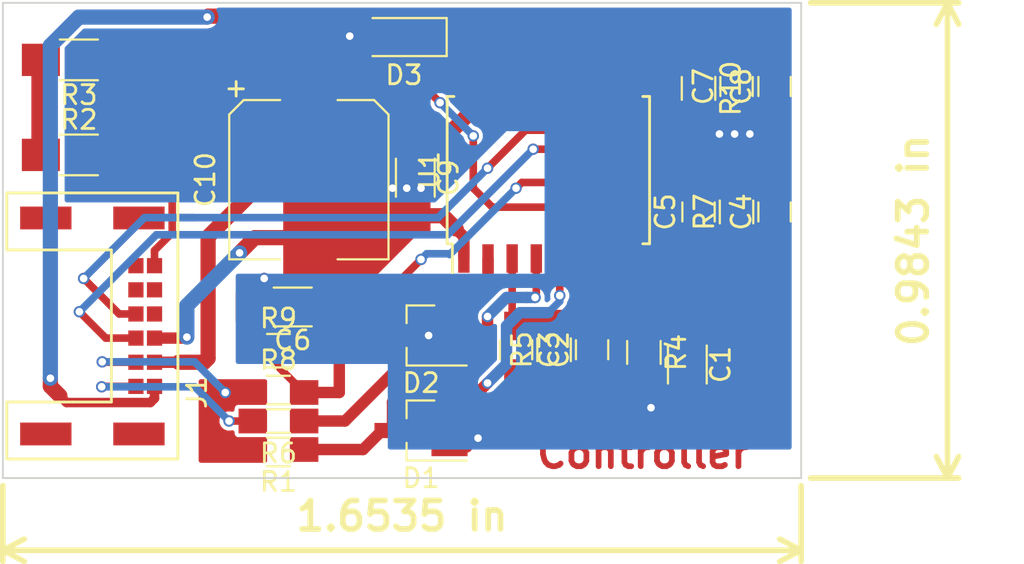
<source format=kicad_pcb>
(kicad_pcb (version 4) (host pcbnew 4.0.7)

  (general
    (links 48)
    (no_connects 1)
    (area 148.735 70.699999 211.77143 121.575)
    (thickness 1.6)
    (drawings 7)
    (tracks 245)
    (zones 0)
    (modules 25)
    (nets 23)
  )

  (page A4)
  (layers
    (0 F.Cu mixed)
    (31 B.Cu mixed)
    (32 B.Adhes user hide)
    (33 F.Adhes user hide)
    (34 B.Paste user hide)
    (35 F.Paste user hide)
    (36 B.SilkS user)
    (37 F.SilkS user)
    (38 B.Mask user hide)
    (39 F.Mask user hide)
    (40 Dwgs.User user hide)
    (41 Cmts.User user hide)
    (42 Eco1.User user hide)
    (43 Eco2.User user hide)
    (44 Edge.Cuts user)
    (45 Margin user)
    (46 B.CrtYd user hide)
    (47 F.CrtYd user hide)
    (48 B.Fab user hide)
    (49 F.Fab user hide)
  )

  (setup
    (last_trace_width 0.4)
    (trace_clearance 0.2)
    (zone_clearance 0.05)
    (zone_45_only no)
    (trace_min 0.2)
    (segment_width 0.2)
    (edge_width 0.1)
    (via_size 0.6)
    (via_drill 0.4)
    (via_min_size 0.4)
    (via_min_drill 0.3)
    (uvia_size 0.3)
    (uvia_drill 0.1)
    (uvias_allowed no)
    (uvia_min_size 0.2)
    (uvia_min_drill 0.1)
    (pcb_text_width 0.3)
    (pcb_text_size 1.5 1.5)
    (mod_edge_width 0.15)
    (mod_text_size 1 1)
    (mod_text_width 0.15)
    (pad_size 1.5 1.5)
    (pad_drill 0.6)
    (pad_to_mask_clearance 0)
    (aux_axis_origin 0 0)
    (visible_elements 7FFCFFFF)
    (pcbplotparams
      (layerselection 0x00030_80000001)
      (usegerberextensions false)
      (excludeedgelayer true)
      (linewidth 0.100000)
      (plotframeref false)
      (viasonmask false)
      (mode 1)
      (useauxorigin false)
      (hpglpennumber 1)
      (hpglpenspeed 20)
      (hpglpendiameter 15)
      (hpglpenoverlay 2)
      (psnegative false)
      (psa4output false)
      (plotreference true)
      (plotvalue true)
      (plotinvisibletext false)
      (padsonsilk false)
      (subtractmaskfromsilk false)
      (outputformat 1)
      (mirror false)
      (drillshape 1)
      (scaleselection 1)
      (outputdirectory ""))
  )

  (net 0 "")
  (net 1 "Net-(C1-Pad1)")
  (net 2 GNDD)
  (net 3 "Net-(C2-Pad1)")
  (net 4 "Net-(C2-Pad2)")
  (net 5 "Net-(C3-Pad1)")
  (net 6 "Net-(C4-Pad1)")
  (net 7 Vout)
  (net 8 "Net-(C5-Pad1)")
  (net 9 Vref)
  (net 10 "Net-(C7-Pad2)")
  (net 11 "Net-(C8-Pad2)")
  (net 12 VDD)
  (net 13 "Net-(D2-Pad3)")
  (net 14 DriveOut)
  (net 15 Vinput)
  (net 16 Vovp)
  (net 17 Isens-)
  (net 18 Isens+)
  (net 19 "Net-(R2-Pad1)")
  (net 20 "Net-(R3-Pad1)")
  (net 21 "Net-(R6-Pad1)")
  (net 22 "Net-(R10-Pad1)")

  (net_class Default "This is the default net class."
    (clearance 0.2)
    (trace_width 0.4)
    (via_dia 0.6)
    (via_drill 0.4)
    (uvia_dia 0.3)
    (uvia_drill 0.1)
    (add_net DriveOut)
    (add_net GNDD)
    (add_net Isens+)
    (add_net Isens-)
    (add_net "Net-(C1-Pad1)")
    (add_net "Net-(C2-Pad1)")
    (add_net "Net-(C2-Pad2)")
    (add_net "Net-(C3-Pad1)")
    (add_net "Net-(C4-Pad1)")
    (add_net "Net-(C5-Pad1)")
    (add_net "Net-(C7-Pad2)")
    (add_net "Net-(C8-Pad2)")
    (add_net "Net-(D2-Pad3)")
    (add_net "Net-(R10-Pad1)")
    (add_net "Net-(R2-Pad1)")
    (add_net "Net-(R3-Pad1)")
    (add_net "Net-(R6-Pad1)")
    (add_net VDD)
    (add_net Vinput)
    (add_net Vout)
    (add_net Vovp)
    (add_net Vref)
  )

  (module Capacitors_SMD:C_0805_HandSoldering placed (layer F.Cu) (tedit 58AA84A8) (tstamp 5AFDF8AF)
    (at 189.1 74.9 90)
    (descr "Capacitor SMD 0805, hand soldering")
    (tags "capacitor 0805")
    (path /5A90634B)
    (attr smd)
    (fp_text reference C8 (at 0 -1.75 90) (layer F.SilkS)
      (effects (font (size 1 1) (thickness 0.15)))
    )
    (fp_text value C_Small (at 0 1.75 90) (layer F.Fab)
      (effects (font (size 1 1) (thickness 0.15)))
    )
    (fp_text user %R (at 0 -1.75 90) (layer F.Fab)
      (effects (font (size 1 1) (thickness 0.15)))
    )
    (fp_line (start -1 0.62) (end -1 -0.62) (layer F.Fab) (width 0.1))
    (fp_line (start 1 0.62) (end -1 0.62) (layer F.Fab) (width 0.1))
    (fp_line (start 1 -0.62) (end 1 0.62) (layer F.Fab) (width 0.1))
    (fp_line (start -1 -0.62) (end 1 -0.62) (layer F.Fab) (width 0.1))
    (fp_line (start 0.5 -0.85) (end -0.5 -0.85) (layer F.SilkS) (width 0.12))
    (fp_line (start -0.5 0.85) (end 0.5 0.85) (layer F.SilkS) (width 0.12))
    (fp_line (start -2.25 -0.88) (end 2.25 -0.88) (layer F.CrtYd) (width 0.05))
    (fp_line (start -2.25 -0.88) (end -2.25 0.87) (layer F.CrtYd) (width 0.05))
    (fp_line (start 2.25 0.87) (end 2.25 -0.88) (layer F.CrtYd) (width 0.05))
    (fp_line (start 2.25 0.87) (end -2.25 0.87) (layer F.CrtYd) (width 0.05))
    (pad 1 smd rect (at -1.25 0 90) (size 1.5 1.25) (layers F.Cu F.Paste F.Mask)
      (net 2 GNDD))
    (pad 2 smd rect (at 1.25 0 90) (size 1.5 1.25) (layers F.Cu F.Paste F.Mask)
      (net 11 "Net-(C8-Pad2)"))
    (model Capacitors_SMD.3dshapes/C_0805.wrl
      (at (xyz 0 0 0))
      (scale (xyz 1 1 1))
      (rotate (xyz 0 0 0))
    )
  )

  (module Housings_SOIC:SOIC-16W_7.5x10.3mm_Pitch1.27mm placed (layer F.Cu) (tedit 58CC8F64) (tstamp 5AFDFA16)
    (at 177.2 79.3 90)
    (descr "16-Lead Plastic Small Outline (SO) - Wide, 7.50 mm Body [SOIC] (see Microchip Packaging Specification 00000049BS.pdf)")
    (tags "SOIC 1.27")
    (path /5A63A551)
    (attr smd)
    (fp_text reference U1 (at 0 -6.25 90) (layer F.SilkS)
      (effects (font (size 1 1) (thickness 0.15)))
    )
    (fp_text value UCC3818 (at 0 6.25 90) (layer F.Fab)
      (effects (font (size 1 1) (thickness 0.15)))
    )
    (fp_text user %R (at 0 0 90) (layer F.Fab)
      (effects (font (size 1 1) (thickness 0.15)))
    )
    (fp_line (start -2.75 -5.15) (end 3.75 -5.15) (layer F.Fab) (width 0.15))
    (fp_line (start 3.75 -5.15) (end 3.75 5.15) (layer F.Fab) (width 0.15))
    (fp_line (start 3.75 5.15) (end -3.75 5.15) (layer F.Fab) (width 0.15))
    (fp_line (start -3.75 5.15) (end -3.75 -4.15) (layer F.Fab) (width 0.15))
    (fp_line (start -3.75 -4.15) (end -2.75 -5.15) (layer F.Fab) (width 0.15))
    (fp_line (start -5.65 -5.5) (end -5.65 5.5) (layer F.CrtYd) (width 0.05))
    (fp_line (start 5.65 -5.5) (end 5.65 5.5) (layer F.CrtYd) (width 0.05))
    (fp_line (start -5.65 -5.5) (end 5.65 -5.5) (layer F.CrtYd) (width 0.05))
    (fp_line (start -5.65 5.5) (end 5.65 5.5) (layer F.CrtYd) (width 0.05))
    (fp_line (start -3.875 -5.325) (end -3.875 -5.05) (layer F.SilkS) (width 0.15))
    (fp_line (start 3.875 -5.325) (end 3.875 -4.97) (layer F.SilkS) (width 0.15))
    (fp_line (start 3.875 5.325) (end 3.875 4.97) (layer F.SilkS) (width 0.15))
    (fp_line (start -3.875 5.325) (end -3.875 4.97) (layer F.SilkS) (width 0.15))
    (fp_line (start -3.875 -5.325) (end 3.875 -5.325) (layer F.SilkS) (width 0.15))
    (fp_line (start -3.875 5.325) (end 3.875 5.325) (layer F.SilkS) (width 0.15))
    (fp_line (start -3.875 -5.05) (end -5.4 -5.05) (layer F.SilkS) (width 0.15))
    (pad 1 smd rect (at -4.65 -4.445 90) (size 1.5 0.6) (layers F.Cu F.Paste F.Mask)
      (net 2 GNDD))
    (pad 2 smd rect (at -4.65 -3.175 90) (size 1.5 0.6) (layers F.Cu F.Paste F.Mask)
      (net 13 "Net-(D2-Pad3)"))
    (pad 3 smd rect (at -4.65 -1.905 90) (size 1.5 0.6) (layers F.Cu F.Paste F.Mask)
      (net 5 "Net-(C3-Pad1)"))
    (pad 4 smd rect (at -4.65 -0.635 90) (size 1.5 0.6) (layers F.Cu F.Paste F.Mask)
      (net 21 "Net-(R6-Pad1)"))
    (pad 5 smd rect (at -4.65 0.635 90) (size 1.5 0.6) (layers F.Cu F.Paste F.Mask)
      (net 4 "Net-(C2-Pad2)"))
    (pad 6 smd rect (at -4.65 1.905 90) (size 1.5 0.6) (layers F.Cu F.Paste F.Mask)
      (net 20 "Net-(R3-Pad1)"))
    (pad 7 smd rect (at -4.65 3.175 90) (size 1.5 0.6) (layers F.Cu F.Paste F.Mask)
      (net 6 "Net-(C4-Pad1)"))
    (pad 8 smd rect (at -4.65 4.445 90) (size 1.5 0.6) (layers F.Cu F.Paste F.Mask)
      (net 1 "Net-(C1-Pad1)"))
    (pad 9 smd rect (at 4.65 4.445 90) (size 1.5 0.6) (layers F.Cu F.Paste F.Mask)
      (net 9 Vref))
    (pad 10 smd rect (at 4.65 3.175 90) (size 1.5 0.6) (layers F.Cu F.Paste F.Mask)
      (net 16 Vovp))
    (pad 11 smd rect (at 4.65 1.905 90) (size 1.5 0.6) (layers F.Cu F.Paste F.Mask)
      (net 7 Vout))
    (pad 12 smd rect (at 4.65 0.635 90) (size 1.5 0.6) (layers F.Cu F.Paste F.Mask)
      (net 22 "Net-(R10-Pad1)"))
    (pad 13 smd rect (at 4.65 -0.635 90) (size 1.5 0.6) (layers F.Cu F.Paste F.Mask)
      (net 10 "Net-(C7-Pad2)"))
    (pad 14 smd rect (at 4.65 -1.905 90) (size 1.5 0.6) (layers F.Cu F.Paste F.Mask)
      (net 11 "Net-(C8-Pad2)"))
    (pad 15 smd rect (at 4.65 -3.175 90) (size 1.5 0.6) (layers F.Cu F.Paste F.Mask)
      (net 12 VDD))
    (pad 16 smd rect (at 4.65 -4.445 90) (size 1.5 0.6) (layers F.Cu F.Paste F.Mask)
      (net 14 DriveOut))
    (model ${KISYS3DMOD}/Housings_SOIC.3dshapes/SOIC-16W_7.5x10.3mm_Pitch1.27mm.wrl
      (at (xyz 0 0 0))
      (scale (xyz 1 1 1))
      (rotate (xyz 0 0 0))
    )
  )

  (module Capacitors_SMD:C_1206_HandSoldering placed (layer F.Cu) (tedit 58AA84D1) (tstamp 5AFDF838)
    (at 184.512 89.528 270)
    (descr "Capacitor SMD 1206, hand soldering")
    (tags "capacitor 1206")
    (path /5A8F3C5B)
    (attr smd)
    (fp_text reference C1 (at 0 -1.75 270) (layer F.SilkS)
      (effects (font (size 1 1) (thickness 0.15)))
    )
    (fp_text value CP1_Small (at 0 2 270) (layer F.Fab)
      (effects (font (size 1 1) (thickness 0.15)))
    )
    (fp_text user %R (at 0 -1.75 270) (layer F.Fab)
      (effects (font (size 1 1) (thickness 0.15)))
    )
    (fp_line (start -1.6 0.8) (end -1.6 -0.8) (layer F.Fab) (width 0.1))
    (fp_line (start 1.6 0.8) (end -1.6 0.8) (layer F.Fab) (width 0.1))
    (fp_line (start 1.6 -0.8) (end 1.6 0.8) (layer F.Fab) (width 0.1))
    (fp_line (start -1.6 -0.8) (end 1.6 -0.8) (layer F.Fab) (width 0.1))
    (fp_line (start 1 -1.02) (end -1 -1.02) (layer F.SilkS) (width 0.12))
    (fp_line (start -1 1.02) (end 1 1.02) (layer F.SilkS) (width 0.12))
    (fp_line (start -3.25 -1.05) (end 3.25 -1.05) (layer F.CrtYd) (width 0.05))
    (fp_line (start -3.25 -1.05) (end -3.25 1.05) (layer F.CrtYd) (width 0.05))
    (fp_line (start 3.25 1.05) (end 3.25 -1.05) (layer F.CrtYd) (width 0.05))
    (fp_line (start 3.25 1.05) (end -3.25 1.05) (layer F.CrtYd) (width 0.05))
    (pad 1 smd rect (at -2 0 270) (size 2 1.6) (layers F.Cu F.Paste F.Mask)
      (net 1 "Net-(C1-Pad1)"))
    (pad 2 smd rect (at 2 0 270) (size 2 1.6) (layers F.Cu F.Paste F.Mask)
      (net 2 GNDD))
    (model Capacitors_SMD.3dshapes/C_1206.wrl
      (at (xyz 0 0 0))
      (scale (xyz 1 1 1))
      (rotate (xyz 0 0 0))
    )
  )

  (module Capacitors_SMD:C_0805_HandSoldering placed (layer F.Cu) (tedit 58AA84A8) (tstamp 5AFDF849)
    (at 179.5 88.75 90)
    (descr "Capacitor SMD 0805, hand soldering")
    (tags "capacitor 0805")
    (path /5A8E21E3)
    (attr smd)
    (fp_text reference C2 (at 0 -1.75 90) (layer F.SilkS)
      (effects (font (size 1 1) (thickness 0.15)))
    )
    (fp_text value C_Small (at 0 1.75 90) (layer F.Fab)
      (effects (font (size 1 1) (thickness 0.15)))
    )
    (fp_text user %R (at 0 -1.75 90) (layer F.Fab)
      (effects (font (size 1 1) (thickness 0.15)))
    )
    (fp_line (start -1 0.62) (end -1 -0.62) (layer F.Fab) (width 0.1))
    (fp_line (start 1 0.62) (end -1 0.62) (layer F.Fab) (width 0.1))
    (fp_line (start 1 -0.62) (end 1 0.62) (layer F.Fab) (width 0.1))
    (fp_line (start -1 -0.62) (end 1 -0.62) (layer F.Fab) (width 0.1))
    (fp_line (start 0.5 -0.85) (end -0.5 -0.85) (layer F.SilkS) (width 0.12))
    (fp_line (start -0.5 0.85) (end 0.5 0.85) (layer F.SilkS) (width 0.12))
    (fp_line (start -2.25 -0.88) (end 2.25 -0.88) (layer F.CrtYd) (width 0.05))
    (fp_line (start -2.25 -0.88) (end -2.25 0.87) (layer F.CrtYd) (width 0.05))
    (fp_line (start 2.25 0.87) (end 2.25 -0.88) (layer F.CrtYd) (width 0.05))
    (fp_line (start 2.25 0.87) (end -2.25 0.87) (layer F.CrtYd) (width 0.05))
    (pad 1 smd rect (at -1.25 0 90) (size 1.5 1.25) (layers F.Cu F.Paste F.Mask)
      (net 3 "Net-(C2-Pad1)"))
    (pad 2 smd rect (at 1.25 0 90) (size 1.5 1.25) (layers F.Cu F.Paste F.Mask)
      (net 4 "Net-(C2-Pad2)"))
    (model Capacitors_SMD.3dshapes/C_0805.wrl
      (at (xyz 0 0 0))
      (scale (xyz 1 1 1))
      (rotate (xyz 0 0 0))
    )
  )

  (module Capacitors_SMD:C_0805_HandSoldering placed (layer F.Cu) (tedit 58AA84A8) (tstamp 5AFDF85A)
    (at 175.5 88.75 270)
    (descr "Capacitor SMD 0805, hand soldering")
    (tags "capacitor 0805")
    (path /5A8E2819)
    (attr smd)
    (fp_text reference C3 (at 0 -1.75 270) (layer F.SilkS)
      (effects (font (size 1 1) (thickness 0.15)))
    )
    (fp_text value C_Small (at 0 1.75 270) (layer F.Fab)
      (effects (font (size 1 1) (thickness 0.15)))
    )
    (fp_text user %R (at 0 -1.75 270) (layer F.Fab)
      (effects (font (size 1 1) (thickness 0.15)))
    )
    (fp_line (start -1 0.62) (end -1 -0.62) (layer F.Fab) (width 0.1))
    (fp_line (start 1 0.62) (end -1 0.62) (layer F.Fab) (width 0.1))
    (fp_line (start 1 -0.62) (end 1 0.62) (layer F.Fab) (width 0.1))
    (fp_line (start -1 -0.62) (end 1 -0.62) (layer F.Fab) (width 0.1))
    (fp_line (start 0.5 -0.85) (end -0.5 -0.85) (layer F.SilkS) (width 0.12))
    (fp_line (start -0.5 0.85) (end 0.5 0.85) (layer F.SilkS) (width 0.12))
    (fp_line (start -2.25 -0.88) (end 2.25 -0.88) (layer F.CrtYd) (width 0.05))
    (fp_line (start -2.25 -0.88) (end -2.25 0.87) (layer F.CrtYd) (width 0.05))
    (fp_line (start 2.25 0.87) (end 2.25 -0.88) (layer F.CrtYd) (width 0.05))
    (fp_line (start 2.25 0.87) (end -2.25 0.87) (layer F.CrtYd) (width 0.05))
    (pad 1 smd rect (at -1.25 0 270) (size 1.5 1.25) (layers F.Cu F.Paste F.Mask)
      (net 5 "Net-(C3-Pad1)"))
    (pad 2 smd rect (at 1.25 0 270) (size 1.5 1.25) (layers F.Cu F.Paste F.Mask)
      (net 4 "Net-(C2-Pad2)"))
    (model Capacitors_SMD.3dshapes/C_0805.wrl
      (at (xyz 0 0 0))
      (scale (xyz 1 1 1))
      (rotate (xyz 0 0 0))
    )
  )

  (module Capacitors_SMD:C_0805_HandSoldering placed (layer F.Cu) (tedit 58AA84A8) (tstamp 5AFDF86B)
    (at 189.1 81.5 90)
    (descr "Capacitor SMD 0805, hand soldering")
    (tags "capacitor 0805")
    (path /5A8FA7D8)
    (attr smd)
    (fp_text reference C4 (at 0 -1.75 90) (layer F.SilkS)
      (effects (font (size 1 1) (thickness 0.15)))
    )
    (fp_text value C_Small (at 0 1.75 90) (layer F.Fab)
      (effects (font (size 1 1) (thickness 0.15)))
    )
    (fp_text user %R (at 0 -1.75 90) (layer F.Fab)
      (effects (font (size 1 1) (thickness 0.15)))
    )
    (fp_line (start -1 0.62) (end -1 -0.62) (layer F.Fab) (width 0.1))
    (fp_line (start 1 0.62) (end -1 0.62) (layer F.Fab) (width 0.1))
    (fp_line (start 1 -0.62) (end 1 0.62) (layer F.Fab) (width 0.1))
    (fp_line (start -1 -0.62) (end 1 -0.62) (layer F.Fab) (width 0.1))
    (fp_line (start 0.5 -0.85) (end -0.5 -0.85) (layer F.SilkS) (width 0.12))
    (fp_line (start -0.5 0.85) (end 0.5 0.85) (layer F.SilkS) (width 0.12))
    (fp_line (start -2.25 -0.88) (end 2.25 -0.88) (layer F.CrtYd) (width 0.05))
    (fp_line (start -2.25 -0.88) (end -2.25 0.87) (layer F.CrtYd) (width 0.05))
    (fp_line (start 2.25 0.87) (end 2.25 -0.88) (layer F.CrtYd) (width 0.05))
    (fp_line (start 2.25 0.87) (end -2.25 0.87) (layer F.CrtYd) (width 0.05))
    (pad 1 smd rect (at -1.25 0 90) (size 1.5 1.25) (layers F.Cu F.Paste F.Mask)
      (net 6 "Net-(C4-Pad1)"))
    (pad 2 smd rect (at 1.25 0 90) (size 1.5 1.25) (layers F.Cu F.Paste F.Mask)
      (net 7 Vout))
    (model Capacitors_SMD.3dshapes/C_0805.wrl
      (at (xyz 0 0 0))
      (scale (xyz 1 1 1))
      (rotate (xyz 0 0 0))
    )
  )

  (module Capacitors_SMD:C_0805_HandSoldering placed (layer F.Cu) (tedit 58AA84A8) (tstamp 5AFDF87C)
    (at 185.1 81.5 90)
    (descr "Capacitor SMD 0805, hand soldering")
    (tags "capacitor 0805")
    (path /5A8FA5F3)
    (attr smd)
    (fp_text reference C5 (at 0 -1.75 90) (layer F.SilkS)
      (effects (font (size 1 1) (thickness 0.15)))
    )
    (fp_text value C_Small (at 0 1.75 90) (layer F.Fab)
      (effects (font (size 1 1) (thickness 0.15)))
    )
    (fp_text user %R (at 0 -1.75 90) (layer F.Fab)
      (effects (font (size 1 1) (thickness 0.15)))
    )
    (fp_line (start -1 0.62) (end -1 -0.62) (layer F.Fab) (width 0.1))
    (fp_line (start 1 0.62) (end -1 0.62) (layer F.Fab) (width 0.1))
    (fp_line (start 1 -0.62) (end 1 0.62) (layer F.Fab) (width 0.1))
    (fp_line (start -1 -0.62) (end 1 -0.62) (layer F.Fab) (width 0.1))
    (fp_line (start 0.5 -0.85) (end -0.5 -0.85) (layer F.SilkS) (width 0.12))
    (fp_line (start -0.5 0.85) (end 0.5 0.85) (layer F.SilkS) (width 0.12))
    (fp_line (start -2.25 -0.88) (end 2.25 -0.88) (layer F.CrtYd) (width 0.05))
    (fp_line (start -2.25 -0.88) (end -2.25 0.87) (layer F.CrtYd) (width 0.05))
    (fp_line (start 2.25 0.87) (end 2.25 -0.88) (layer F.CrtYd) (width 0.05))
    (fp_line (start 2.25 0.87) (end -2.25 0.87) (layer F.CrtYd) (width 0.05))
    (pad 1 smd rect (at -1.25 0 90) (size 1.5 1.25) (layers F.Cu F.Paste F.Mask)
      (net 8 "Net-(C5-Pad1)"))
    (pad 2 smd rect (at 1.25 0 90) (size 1.5 1.25) (layers F.Cu F.Paste F.Mask)
      (net 7 Vout))
    (model Capacitors_SMD.3dshapes/C_0805.wrl
      (at (xyz 0 0 0))
      (scale (xyz 1 1 1))
      (rotate (xyz 0 0 0))
    )
  )

  (module Capacitors_SMD:C_1206_HandSoldering placed (layer F.Cu) (tedit 58AA84D1) (tstamp 5AFDF88D)
    (at 163.75 86.5 180)
    (descr "Capacitor SMD 1206, hand soldering")
    (tags "capacitor 1206")
    (path /5A993DC9)
    (attr smd)
    (fp_text reference C6 (at 0 -1.75 180) (layer F.SilkS)
      (effects (font (size 1 1) (thickness 0.15)))
    )
    (fp_text value CP1_Small (at 0 2 180) (layer F.Fab)
      (effects (font (size 1 1) (thickness 0.15)))
    )
    (fp_text user %R (at 0 -1.75 180) (layer F.Fab)
      (effects (font (size 1 1) (thickness 0.15)))
    )
    (fp_line (start -1.6 0.8) (end -1.6 -0.8) (layer F.Fab) (width 0.1))
    (fp_line (start 1.6 0.8) (end -1.6 0.8) (layer F.Fab) (width 0.1))
    (fp_line (start 1.6 -0.8) (end 1.6 0.8) (layer F.Fab) (width 0.1))
    (fp_line (start -1.6 -0.8) (end 1.6 -0.8) (layer F.Fab) (width 0.1))
    (fp_line (start 1 -1.02) (end -1 -1.02) (layer F.SilkS) (width 0.12))
    (fp_line (start -1 1.02) (end 1 1.02) (layer F.SilkS) (width 0.12))
    (fp_line (start -3.25 -1.05) (end 3.25 -1.05) (layer F.CrtYd) (width 0.05))
    (fp_line (start -3.25 -1.05) (end -3.25 1.05) (layer F.CrtYd) (width 0.05))
    (fp_line (start 3.25 1.05) (end 3.25 -1.05) (layer F.CrtYd) (width 0.05))
    (fp_line (start 3.25 1.05) (end -3.25 1.05) (layer F.CrtYd) (width 0.05))
    (pad 1 smd rect (at -2 0 180) (size 2 1.6) (layers F.Cu F.Paste F.Mask)
      (net 9 Vref))
    (pad 2 smd rect (at 2 0 180) (size 2 1.6) (layers F.Cu F.Paste F.Mask)
      (net 2 GNDD))
    (model Capacitors_SMD.3dshapes/C_1206.wrl
      (at (xyz 0 0 0))
      (scale (xyz 1 1 1))
      (rotate (xyz 0 0 0))
    )
  )

  (module Capacitors_SMD:C_0805_HandSoldering placed (layer F.Cu) (tedit 58AA84A8) (tstamp 5AFDF89E)
    (at 187.1 74.9 90)
    (descr "Capacitor SMD 0805, hand soldering")
    (tags "capacitor 0805")
    (path /5A9060A1)
    (attr smd)
    (fp_text reference C7 (at 0 -1.75 90) (layer F.SilkS)
      (effects (font (size 1 1) (thickness 0.15)))
    )
    (fp_text value C_Small (at 0 1.75 90) (layer F.Fab)
      (effects (font (size 1 1) (thickness 0.15)))
    )
    (fp_text user %R (at 0 -1.75 90) (layer F.Fab)
      (effects (font (size 1 1) (thickness 0.15)))
    )
    (fp_line (start -1 0.62) (end -1 -0.62) (layer F.Fab) (width 0.1))
    (fp_line (start 1 0.62) (end -1 0.62) (layer F.Fab) (width 0.1))
    (fp_line (start 1 -0.62) (end 1 0.62) (layer F.Fab) (width 0.1))
    (fp_line (start -1 -0.62) (end 1 -0.62) (layer F.Fab) (width 0.1))
    (fp_line (start 0.5 -0.85) (end -0.5 -0.85) (layer F.SilkS) (width 0.12))
    (fp_line (start -0.5 0.85) (end 0.5 0.85) (layer F.SilkS) (width 0.12))
    (fp_line (start -2.25 -0.88) (end 2.25 -0.88) (layer F.CrtYd) (width 0.05))
    (fp_line (start -2.25 -0.88) (end -2.25 0.87) (layer F.CrtYd) (width 0.05))
    (fp_line (start 2.25 0.87) (end 2.25 -0.88) (layer F.CrtYd) (width 0.05))
    (fp_line (start 2.25 0.87) (end -2.25 0.87) (layer F.CrtYd) (width 0.05))
    (pad 1 smd rect (at -1.25 0 90) (size 1.5 1.25) (layers F.Cu F.Paste F.Mask)
      (net 2 GNDD))
    (pad 2 smd rect (at 1.25 0 90) (size 1.5 1.25) (layers F.Cu F.Paste F.Mask)
      (net 10 "Net-(C7-Pad2)"))
    (model Capacitors_SMD.3dshapes/C_0805.wrl
      (at (xyz 0 0 0))
      (scale (xyz 1 1 1))
      (rotate (xyz 0 0 0))
    )
  )

  (module Capacitors_SMD:C_1206_HandSoldering placed (layer F.Cu) (tedit 58AA84D1) (tstamp 5AFDF8C0)
    (at 170.2 79.7 270)
    (descr "Capacitor SMD 1206, hand soldering")
    (tags "capacitor 1206")
    (path /5AA10813)
    (attr smd)
    (fp_text reference C9 (at 0 -1.75 270) (layer F.SilkS)
      (effects (font (size 1 1) (thickness 0.15)))
    )
    (fp_text value 1u (at 0 2 270) (layer F.Fab)
      (effects (font (size 1 1) (thickness 0.15)))
    )
    (fp_text user %R (at 0 -1.75 270) (layer F.Fab)
      (effects (font (size 1 1) (thickness 0.15)))
    )
    (fp_line (start -1.6 0.8) (end -1.6 -0.8) (layer F.Fab) (width 0.1))
    (fp_line (start 1.6 0.8) (end -1.6 0.8) (layer F.Fab) (width 0.1))
    (fp_line (start 1.6 -0.8) (end 1.6 0.8) (layer F.Fab) (width 0.1))
    (fp_line (start -1.6 -0.8) (end 1.6 -0.8) (layer F.Fab) (width 0.1))
    (fp_line (start 1 -1.02) (end -1 -1.02) (layer F.SilkS) (width 0.12))
    (fp_line (start -1 1.02) (end 1 1.02) (layer F.SilkS) (width 0.12))
    (fp_line (start -3.25 -1.05) (end 3.25 -1.05) (layer F.CrtYd) (width 0.05))
    (fp_line (start -3.25 -1.05) (end -3.25 1.05) (layer F.CrtYd) (width 0.05))
    (fp_line (start 3.25 1.05) (end 3.25 -1.05) (layer F.CrtYd) (width 0.05))
    (fp_line (start 3.25 1.05) (end -3.25 1.05) (layer F.CrtYd) (width 0.05))
    (pad 1 smd rect (at -2 0 270) (size 2 1.6) (layers F.Cu F.Paste F.Mask)
      (net 12 VDD))
    (pad 2 smd rect (at 2 0 270) (size 2 1.6) (layers F.Cu F.Paste F.Mask)
      (net 2 GNDD))
    (model Capacitors_SMD.3dshapes/C_1206.wrl
      (at (xyz 0 0 0))
      (scale (xyz 1 1 1))
      (rotate (xyz 0 0 0))
    )
  )

  (module Capacitors_SMD:CP_Elec_8x10 placed (layer F.Cu) (tedit 58AA9153) (tstamp 5AFDF8DC)
    (at 164.6 79.804 270)
    (descr "SMT capacitor, aluminium electrolytic, 8x10")
    (path /5A988A95)
    (attr smd)
    (fp_text reference C10 (at 0 5.45 270) (layer F.SilkS)
      (effects (font (size 1 1) (thickness 0.15)))
    )
    (fp_text value 100u (at 0 -5.45 270) (layer F.Fab)
      (effects (font (size 1 1) (thickness 0.15)))
    )
    (fp_circle (center 0 0) (end -0.6 3.9) (layer F.Fab) (width 0.1))
    (fp_text user + (at -2.31 -0.08 270) (layer F.Fab)
      (effects (font (size 1 1) (thickness 0.15)))
    )
    (fp_text user + (at -4.78 3.9 270) (layer F.SilkS)
      (effects (font (size 1 1) (thickness 0.15)))
    )
    (fp_text user %R (at 0 5.45 270) (layer F.Fab)
      (effects (font (size 1 1) (thickness 0.15)))
    )
    (fp_line (start 4.04 4.04) (end 4.04 -4.04) (layer F.Fab) (width 0.1))
    (fp_line (start -3.37 4.04) (end 4.04 4.04) (layer F.Fab) (width 0.1))
    (fp_line (start -4.04 3.37) (end -3.37 4.04) (layer F.Fab) (width 0.1))
    (fp_line (start -4.04 -3.37) (end -4.04 3.37) (layer F.Fab) (width 0.1))
    (fp_line (start -3.37 -4.04) (end -4.04 -3.37) (layer F.Fab) (width 0.1))
    (fp_line (start 4.04 -4.04) (end -3.37 -4.04) (layer F.Fab) (width 0.1))
    (fp_line (start 4.19 4.19) (end 4.19 1.51) (layer F.SilkS) (width 0.12))
    (fp_line (start 4.19 -4.19) (end 4.19 -1.51) (layer F.SilkS) (width 0.12))
    (fp_line (start -4.19 -3.43) (end -4.19 -1.51) (layer F.SilkS) (width 0.12))
    (fp_line (start -4.19 3.43) (end -4.19 1.51) (layer F.SilkS) (width 0.12))
    (fp_line (start 4.19 4.19) (end -3.43 4.19) (layer F.SilkS) (width 0.12))
    (fp_line (start -3.43 4.19) (end -4.19 3.43) (layer F.SilkS) (width 0.12))
    (fp_line (start -4.19 -3.43) (end -3.43 -4.19) (layer F.SilkS) (width 0.12))
    (fp_line (start -3.43 -4.19) (end 4.19 -4.19) (layer F.SilkS) (width 0.12))
    (fp_line (start -5.3 -4.29) (end 5.3 -4.29) (layer F.CrtYd) (width 0.05))
    (fp_line (start -5.3 -4.29) (end -5.3 4.29) (layer F.CrtYd) (width 0.05))
    (fp_line (start 5.3 4.29) (end 5.3 -4.29) (layer F.CrtYd) (width 0.05))
    (fp_line (start 5.3 4.29) (end -5.3 4.29) (layer F.CrtYd) (width 0.05))
    (pad 1 smd rect (at -3.05 0 90) (size 4 2.5) (layers F.Cu F.Paste F.Mask)
      (net 12 VDD))
    (pad 2 smd rect (at 3.05 0 90) (size 4 2.5) (layers F.Cu F.Paste F.Mask)
      (net 2 GNDD))
    (model Capacitors_SMD.3dshapes/CP_Elec_8x10.wrl
      (at (xyz 0 0 0))
      (scale (xyz 1 1 1))
      (rotate (xyz 0 0 180))
    )
  )

  (module TO_SOT_Packages_SMD:SOT-23_Handsoldering placed (layer F.Cu) (tedit 58CE4E7E) (tstamp 5AFDF8F1)
    (at 170.5 93 180)
    (descr "SOT-23, Handsoldering")
    (tags SOT-23)
    (path /5AA32312)
    (attr smd)
    (fp_text reference D1 (at 0 -2.5 180) (layer F.SilkS)
      (effects (font (size 1 1) (thickness 0.15)))
    )
    (fp_text value BAS40-00 (at 0 2.5 180) (layer F.Fab)
      (effects (font (size 1 1) (thickness 0.15)))
    )
    (fp_text user %R (at 0 0 270) (layer F.Fab)
      (effects (font (size 0.5 0.5) (thickness 0.075)))
    )
    (fp_line (start 0.76 1.58) (end 0.76 0.65) (layer F.SilkS) (width 0.12))
    (fp_line (start 0.76 -1.58) (end 0.76 -0.65) (layer F.SilkS) (width 0.12))
    (fp_line (start -2.7 -1.75) (end 2.7 -1.75) (layer F.CrtYd) (width 0.05))
    (fp_line (start 2.7 -1.75) (end 2.7 1.75) (layer F.CrtYd) (width 0.05))
    (fp_line (start 2.7 1.75) (end -2.7 1.75) (layer F.CrtYd) (width 0.05))
    (fp_line (start -2.7 1.75) (end -2.7 -1.75) (layer F.CrtYd) (width 0.05))
    (fp_line (start 0.76 -1.58) (end -2.4 -1.58) (layer F.SilkS) (width 0.12))
    (fp_line (start -0.7 -0.95) (end -0.7 1.5) (layer F.Fab) (width 0.1))
    (fp_line (start -0.15 -1.52) (end 0.7 -1.52) (layer F.Fab) (width 0.1))
    (fp_line (start -0.7 -0.95) (end -0.15 -1.52) (layer F.Fab) (width 0.1))
    (fp_line (start 0.7 -1.52) (end 0.7 1.52) (layer F.Fab) (width 0.1))
    (fp_line (start -0.7 1.52) (end 0.7 1.52) (layer F.Fab) (width 0.1))
    (fp_line (start 0.76 1.58) (end -0.7 1.58) (layer F.SilkS) (width 0.12))
    (pad 1 smd rect (at -1.5 -0.95 180) (size 1.9 0.8) (layers F.Cu F.Paste F.Mask)
      (net 2 GNDD))
    (pad 2 smd rect (at -1.5 0.95 180) (size 1.9 0.8) (layers F.Cu F.Paste F.Mask))
    (pad 3 smd rect (at 1.5 0 180) (size 1.9 0.8) (layers F.Cu F.Paste F.Mask)
      (net 4 "Net-(C2-Pad2)"))
    (model ${KISYS3DMOD}/TO_SOT_Packages_SMD.3dshapes\SOT-23.wrl
      (at (xyz 0 0 0))
      (scale (xyz 1 1 1))
      (rotate (xyz 0 0 0))
    )
  )

  (module TO_SOT_Packages_SMD:SOT-23_Handsoldering placed (layer F.Cu) (tedit 58CE4E7E) (tstamp 5AFDF906)
    (at 170.5 88 180)
    (descr "SOT-23, Handsoldering")
    (tags SOT-23)
    (path /5AA326B2)
    (attr smd)
    (fp_text reference D2 (at 0 -2.5 180) (layer F.SilkS)
      (effects (font (size 1 1) (thickness 0.15)))
    )
    (fp_text value BAS40-00 (at 0 2.5 180) (layer F.Fab)
      (effects (font (size 1 1) (thickness 0.15)))
    )
    (fp_text user %R (at 0 0 270) (layer F.Fab)
      (effects (font (size 0.5 0.5) (thickness 0.075)))
    )
    (fp_line (start 0.76 1.58) (end 0.76 0.65) (layer F.SilkS) (width 0.12))
    (fp_line (start 0.76 -1.58) (end 0.76 -0.65) (layer F.SilkS) (width 0.12))
    (fp_line (start -2.7 -1.75) (end 2.7 -1.75) (layer F.CrtYd) (width 0.05))
    (fp_line (start 2.7 -1.75) (end 2.7 1.75) (layer F.CrtYd) (width 0.05))
    (fp_line (start 2.7 1.75) (end -2.7 1.75) (layer F.CrtYd) (width 0.05))
    (fp_line (start -2.7 1.75) (end -2.7 -1.75) (layer F.CrtYd) (width 0.05))
    (fp_line (start 0.76 -1.58) (end -2.4 -1.58) (layer F.SilkS) (width 0.12))
    (fp_line (start -0.7 -0.95) (end -0.7 1.5) (layer F.Fab) (width 0.1))
    (fp_line (start -0.15 -1.52) (end 0.7 -1.52) (layer F.Fab) (width 0.1))
    (fp_line (start -0.7 -0.95) (end -0.15 -1.52) (layer F.Fab) (width 0.1))
    (fp_line (start 0.7 -1.52) (end 0.7 1.52) (layer F.Fab) (width 0.1))
    (fp_line (start -0.7 1.52) (end 0.7 1.52) (layer F.Fab) (width 0.1))
    (fp_line (start 0.76 1.58) (end -0.7 1.58) (layer F.SilkS) (width 0.12))
    (pad 1 smd rect (at -1.5 -0.95 180) (size 1.9 0.8) (layers F.Cu F.Paste F.Mask)
      (net 2 GNDD))
    (pad 2 smd rect (at -1.5 0.95 180) (size 1.9 0.8) (layers F.Cu F.Paste F.Mask))
    (pad 3 smd rect (at 1.5 0 180) (size 1.9 0.8) (layers F.Cu F.Paste F.Mask)
      (net 13 "Net-(D2-Pad3)"))
    (model ${KISYS3DMOD}/TO_SOT_Packages_SMD.3dshapes\SOT-23.wrl
      (at (xyz 0 0 0))
      (scale (xyz 1 1 1))
      (rotate (xyz 0 0 0))
    )
  )

  (module Diodes_SMD:D_SOD-123 placed (layer F.Cu) (tedit 58645DC7) (tstamp 5AFDF91F)
    (at 169.6 72.3 180)
    (descr SOD-123)
    (tags SOD-123)
    (path /5AFDC740)
    (attr smd)
    (fp_text reference D3 (at 0 -2 180) (layer F.SilkS)
      (effects (font (size 1 1) (thickness 0.15)))
    )
    (fp_text value D_Zener_Small_ALT (at 0 2.1 180) (layer F.Fab)
      (effects (font (size 1 1) (thickness 0.15)))
    )
    (fp_text user %R (at 0 -2 180) (layer F.Fab)
      (effects (font (size 1 1) (thickness 0.15)))
    )
    (fp_line (start -2.25 -1) (end -2.25 1) (layer F.SilkS) (width 0.12))
    (fp_line (start 0.25 0) (end 0.75 0) (layer F.Fab) (width 0.1))
    (fp_line (start 0.25 0.4) (end -0.35 0) (layer F.Fab) (width 0.1))
    (fp_line (start 0.25 -0.4) (end 0.25 0.4) (layer F.Fab) (width 0.1))
    (fp_line (start -0.35 0) (end 0.25 -0.4) (layer F.Fab) (width 0.1))
    (fp_line (start -0.35 0) (end -0.35 0.55) (layer F.Fab) (width 0.1))
    (fp_line (start -0.35 0) (end -0.35 -0.55) (layer F.Fab) (width 0.1))
    (fp_line (start -0.75 0) (end -0.35 0) (layer F.Fab) (width 0.1))
    (fp_line (start -1.4 0.9) (end -1.4 -0.9) (layer F.Fab) (width 0.1))
    (fp_line (start 1.4 0.9) (end -1.4 0.9) (layer F.Fab) (width 0.1))
    (fp_line (start 1.4 -0.9) (end 1.4 0.9) (layer F.Fab) (width 0.1))
    (fp_line (start -1.4 -0.9) (end 1.4 -0.9) (layer F.Fab) (width 0.1))
    (fp_line (start -2.35 -1.15) (end 2.35 -1.15) (layer F.CrtYd) (width 0.05))
    (fp_line (start 2.35 -1.15) (end 2.35 1.15) (layer F.CrtYd) (width 0.05))
    (fp_line (start 2.35 1.15) (end -2.35 1.15) (layer F.CrtYd) (width 0.05))
    (fp_line (start -2.35 -1.15) (end -2.35 1.15) (layer F.CrtYd) (width 0.05))
    (fp_line (start -2.25 1) (end 1.65 1) (layer F.SilkS) (width 0.12))
    (fp_line (start -2.25 -1) (end 1.65 -1) (layer F.SilkS) (width 0.12))
    (pad 1 smd rect (at -1.65 0 180) (size 0.9 1.2) (layers F.Cu F.Paste F.Mask)
      (net 14 DriveOut))
    (pad 2 smd rect (at 1.65 0 180) (size 0.9 1.2) (layers F.Cu F.Paste F.Mask)
      (net 2 GNDD))
    (model ${KISYS3DMOD}/Diodes_SMD.3dshapes/D_SOD-123.wrl
      (at (xyz 0 0 0))
      (scale (xyz 1 1 1))
      (rotate (xyz 0 0 0))
    )
  )

  (module NamchoLibs:Harwin_M55_7101242R placed (layer F.Cu) (tedit 5AFD89EB) (tstamp 5AFDF947)
    (at 153.21 87.5 270)
    (path /5AFDD551)
    (fp_text reference J1 (at 3.5 -5.5 270) (layer F.SilkS)
      (effects (font (size 1 1) (thickness 0.15)))
    )
    (fp_text value Conn_02x06_Counter_Clockwise (at 0 6 270) (layer F.Fab)
      (effects (font (size 1 1) (thickness 0.15)))
    )
    (fp_line (start 4 -1) (end 4 1) (layer F.SilkS) (width 0.15))
    (fp_line (start -4 -1) (end 4 -1) (layer F.SilkS) (width 0.15))
    (fp_line (start -4 4) (end -4 -1) (layer F.SilkS) (width 0.15))
    (fp_line (start -4 -4.5) (end 4 -4.5) (layer F.SilkS) (width 0.15))
    (fp_line (start 7 -4.5) (end 7 -4) (layer F.SilkS) (width 0.15))
    (fp_line (start 4 -4.5) (end 7 -4.5) (layer F.SilkS) (width 0.15))
    (fp_line (start 7 4.5) (end 7 4) (layer F.SilkS) (width 0.15))
    (fp_line (start 4 4.5) (end 7 4.5) (layer F.SilkS) (width 0.15))
    (fp_line (start 4 4) (end 4 4.5) (layer F.SilkS) (width 0.15))
    (fp_line (start -4 4.5) (end -4 4) (layer F.SilkS) (width 0.15))
    (fp_line (start -7 4.5) (end -4 4.5) (layer F.SilkS) (width 0.15))
    (fp_line (start -7 4) (end -7 4.5) (layer F.SilkS) (width 0.15))
    (fp_line (start -7 -4.5) (end -4 -4.5) (layer F.SilkS) (width 0.15))
    (fp_line (start -7 -4) (end -7 -4.5) (layer F.SilkS) (width 0.15))
    (fp_line (start 4 1.5) (end 4 1) (layer F.SilkS) (width 0.15))
    (fp_line (start -7 4) (end -7 -4) (layer F.SilkS) (width 0.15))
    (fp_line (start 4 4) (end 4 1.5) (layer F.SilkS) (width 0.15))
    (fp_line (start 7 -4) (end 7 4) (layer F.SilkS) (width 0.15))
    (pad 1 smd rect (at 3.1781 -3.27 270) (size 0.8 0.8) (layers F.Cu F.Paste F.Mask)
      (net 14 DriveOut))
    (pad 2 smd rect (at 1.9081 -3.27 270) (size 0.8 0.8) (layers F.Cu F.Paste F.Mask)
      (net 12 VDD))
    (pad 3 smd rect (at 0.6381 -3.27 270) (size 0.8 0.8) (layers F.Cu F.Paste F.Mask)
      (net 2 GNDD))
    (pad 4 smd rect (at -0.6319 -3.27 270) (size 0.8 0.8) (layers F.Cu F.Paste F.Mask))
    (pad 5 smd rect (at -1.9019 -3.27 270) (size 0.8 0.8) (layers F.Cu F.Paste F.Mask))
    (pad 6 smd rect (at -3.1719 -3.27 270) (size 0.8 0.8) (layers F.Cu F.Paste F.Mask)
      (net 15 Vinput))
    (pad 7 smd rect (at -3.1719 -2.29 270) (size 0.8 0.8) (layers F.Cu F.Paste F.Mask))
    (pad 8 smd rect (at -1.9019 -2.29 270) (size 0.8 0.8) (layers F.Cu F.Paste F.Mask))
    (pad 9 smd rect (at -0.6319 -2.29 270) (size 0.8 0.8) (layers F.Cu F.Paste F.Mask)
      (net 7 Vout))
    (pad 10 smd rect (at 0.6381 -2.29 270) (size 0.8 0.8) (layers F.Cu F.Paste F.Mask)
      (net 16 Vovp))
    (pad 11 smd rect (at 1.9081 -2.29 270) (size 0.8 0.8) (layers F.Cu F.Paste F.Mask)
      (net 17 Isens-))
    (pad 12 smd rect (at 3.1781 -2.29 270) (size 0.8 0.8) (layers F.Cu F.Paste F.Mask)
      (net 18 Isens+))
    (pad "" np_thru_hole circle (at 5.385 0 270) (size 1.65 1.65) (drill 1.65) (layers *.Cu))
    (pad "" np_thru_hole circle (at -5.385 0 270) (size 1.65 1.65) (drill 1.65) (layers *.Cu))
    (pad ~ smd rect (at -5.6819 2.45 270) (size 1.2 2.7) (layers F.Cu F.Mask))
    (pad ~ smd rect (at -5.6819 -2.45 270) (size 1.2 2.7) (layers F.Cu F.Mask))
    (pad ~ smd rect (at 5.6819 -2.45 270) (size 1.2 2.7) (layers F.Cu F.Mask))
    (pad ~ smd rect (at 5.6819 2.45 270) (size 1.2 2.7) (layers F.Cu F.Mask))
  )

  (module Resistors_SMD:R_0805_HandSoldering placed (layer F.Cu) (tedit 58E0A804) (tstamp 5AFDF958)
    (at 163 94 180)
    (descr "Resistor SMD 0805, hand soldering")
    (tags "resistor 0805")
    (path /5ABDAAF0)
    (attr smd)
    (fp_text reference R1 (at 0 -1.7 180) (layer F.SilkS)
      (effects (font (size 1 1) (thickness 0.15)))
    )
    (fp_text value R_Small (at 0 1.75 180) (layer F.Fab)
      (effects (font (size 1 1) (thickness 0.15)))
    )
    (fp_text user %R (at 0 0 180) (layer F.Fab)
      (effects (font (size 0.5 0.5) (thickness 0.075)))
    )
    (fp_line (start -1 0.62) (end -1 -0.62) (layer F.Fab) (width 0.1))
    (fp_line (start 1 0.62) (end -1 0.62) (layer F.Fab) (width 0.1))
    (fp_line (start 1 -0.62) (end 1 0.62) (layer F.Fab) (width 0.1))
    (fp_line (start -1 -0.62) (end 1 -0.62) (layer F.Fab) (width 0.1))
    (fp_line (start 0.6 0.88) (end -0.6 0.88) (layer F.SilkS) (width 0.12))
    (fp_line (start -0.6 -0.88) (end 0.6 -0.88) (layer F.SilkS) (width 0.12))
    (fp_line (start -2.35 -0.9) (end 2.35 -0.9) (layer F.CrtYd) (width 0.05))
    (fp_line (start -2.35 -0.9) (end -2.35 0.9) (layer F.CrtYd) (width 0.05))
    (fp_line (start 2.35 0.9) (end 2.35 -0.9) (layer F.CrtYd) (width 0.05))
    (fp_line (start 2.35 0.9) (end -2.35 0.9) (layer F.CrtYd) (width 0.05))
    (pad 1 smd rect (at -1.35 0 180) (size 1.5 1.3) (layers F.Cu F.Paste F.Mask)
      (net 4 "Net-(C2-Pad2)"))
    (pad 2 smd rect (at 1.35 0 180) (size 1.5 1.3) (layers F.Cu F.Paste F.Mask)
      (net 17 Isens-))
    (model ${KISYS3DMOD}/Resistors_SMD.3dshapes/R_0805.wrl
      (at (xyz 0 0 0))
      (scale (xyz 1 1 1))
      (rotate (xyz 0 0 0))
    )
  )

  (module Resistors_SMD:R_1206_HandSoldering placed (layer F.Cu) (tedit 58E0A804) (tstamp 5AFDF969)
    (at 152.5 78.5)
    (descr "Resistor SMD 1206, hand soldering")
    (tags "resistor 1206")
    (path /5A910ADB)
    (attr smd)
    (fp_text reference R2 (at 0 -1.85) (layer F.SilkS)
      (effects (font (size 1 1) (thickness 0.15)))
    )
    (fp_text value 382k (at 0 1.9) (layer F.Fab)
      (effects (font (size 1 1) (thickness 0.15)))
    )
    (fp_text user %R (at 0 0) (layer F.Fab)
      (effects (font (size 0.7 0.7) (thickness 0.105)))
    )
    (fp_line (start -1.6 0.8) (end -1.6 -0.8) (layer F.Fab) (width 0.1))
    (fp_line (start 1.6 0.8) (end -1.6 0.8) (layer F.Fab) (width 0.1))
    (fp_line (start 1.6 -0.8) (end 1.6 0.8) (layer F.Fab) (width 0.1))
    (fp_line (start -1.6 -0.8) (end 1.6 -0.8) (layer F.Fab) (width 0.1))
    (fp_line (start 1 1.07) (end -1 1.07) (layer F.SilkS) (width 0.12))
    (fp_line (start -1 -1.07) (end 1 -1.07) (layer F.SilkS) (width 0.12))
    (fp_line (start -3.25 -1.11) (end 3.25 -1.11) (layer F.CrtYd) (width 0.05))
    (fp_line (start -3.25 -1.11) (end -3.25 1.1) (layer F.CrtYd) (width 0.05))
    (fp_line (start 3.25 1.1) (end 3.25 -1.11) (layer F.CrtYd) (width 0.05))
    (fp_line (start 3.25 1.1) (end -3.25 1.1) (layer F.CrtYd) (width 0.05))
    (pad 1 smd rect (at -2 0) (size 2 1.7) (layers F.Cu F.Paste F.Mask)
      (net 19 "Net-(R2-Pad1)"))
    (pad 2 smd rect (at 2 0) (size 2 1.7) (layers F.Cu F.Paste F.Mask)
      (net 15 Vinput))
    (model ${KISYS3DMOD}/Resistors_SMD.3dshapes/R_1206.wrl
      (at (xyz 0 0 0))
      (scale (xyz 1 1 1))
      (rotate (xyz 0 0 0))
    )
  )

  (module Resistors_SMD:R_1206_HandSoldering placed (layer F.Cu) (tedit 58E0A804) (tstamp 5AFDF97A)
    (at 152.5 73.5 180)
    (descr "Resistor SMD 1206, hand soldering")
    (tags "resistor 1206")
    (path /5A910C93)
    (attr smd)
    (fp_text reference R3 (at 0 -1.85 180) (layer F.SilkS)
      (effects (font (size 1 1) (thickness 0.15)))
    )
    (fp_text value 383k (at 0 1.9 180) (layer F.Fab)
      (effects (font (size 1 1) (thickness 0.15)))
    )
    (fp_text user %R (at 0 0 180) (layer F.Fab)
      (effects (font (size 0.7 0.7) (thickness 0.105)))
    )
    (fp_line (start -1.6 0.8) (end -1.6 -0.8) (layer F.Fab) (width 0.1))
    (fp_line (start 1.6 0.8) (end -1.6 0.8) (layer F.Fab) (width 0.1))
    (fp_line (start 1.6 -0.8) (end 1.6 0.8) (layer F.Fab) (width 0.1))
    (fp_line (start -1.6 -0.8) (end 1.6 -0.8) (layer F.Fab) (width 0.1))
    (fp_line (start 1 1.07) (end -1 1.07) (layer F.SilkS) (width 0.12))
    (fp_line (start -1 -1.07) (end 1 -1.07) (layer F.SilkS) (width 0.12))
    (fp_line (start -3.25 -1.11) (end 3.25 -1.11) (layer F.CrtYd) (width 0.05))
    (fp_line (start -3.25 -1.11) (end -3.25 1.1) (layer F.CrtYd) (width 0.05))
    (fp_line (start 3.25 1.1) (end 3.25 -1.11) (layer F.CrtYd) (width 0.05))
    (fp_line (start 3.25 1.1) (end -3.25 1.1) (layer F.CrtYd) (width 0.05))
    (pad 1 smd rect (at -2 0 180) (size 2 1.7) (layers F.Cu F.Paste F.Mask)
      (net 20 "Net-(R3-Pad1)"))
    (pad 2 smd rect (at 2 0 180) (size 2 1.7) (layers F.Cu F.Paste F.Mask)
      (net 19 "Net-(R2-Pad1)"))
    (model ${KISYS3DMOD}/Resistors_SMD.3dshapes/R_1206.wrl
      (at (xyz 0 0 0))
      (scale (xyz 1 1 1))
      (rotate (xyz 0 0 0))
    )
  )

  (module Resistors_SMD:R_0805_HandSoldering placed (layer F.Cu) (tedit 58E0A804) (tstamp 5AFDF98B)
    (at 182.226 88.893 270)
    (descr "Resistor SMD 0805, hand soldering")
    (tags "resistor 0805")
    (path /5A8F4285)
    (attr smd)
    (fp_text reference R4 (at 0 -1.7 270) (layer F.SilkS)
      (effects (font (size 1 1) (thickness 0.15)))
    )
    (fp_text value R_Small (at 0 1.75 270) (layer F.Fab)
      (effects (font (size 1 1) (thickness 0.15)))
    )
    (fp_text user %R (at 0 0 270) (layer F.Fab)
      (effects (font (size 0.5 0.5) (thickness 0.075)))
    )
    (fp_line (start -1 0.62) (end -1 -0.62) (layer F.Fab) (width 0.1))
    (fp_line (start 1 0.62) (end -1 0.62) (layer F.Fab) (width 0.1))
    (fp_line (start 1 -0.62) (end 1 0.62) (layer F.Fab) (width 0.1))
    (fp_line (start -1 -0.62) (end 1 -0.62) (layer F.Fab) (width 0.1))
    (fp_line (start 0.6 0.88) (end -0.6 0.88) (layer F.SilkS) (width 0.12))
    (fp_line (start -0.6 -0.88) (end 0.6 -0.88) (layer F.SilkS) (width 0.12))
    (fp_line (start -2.35 -0.9) (end 2.35 -0.9) (layer F.CrtYd) (width 0.05))
    (fp_line (start -2.35 -0.9) (end -2.35 0.9) (layer F.CrtYd) (width 0.05))
    (fp_line (start 2.35 0.9) (end 2.35 -0.9) (layer F.CrtYd) (width 0.05))
    (fp_line (start 2.35 0.9) (end -2.35 0.9) (layer F.CrtYd) (width 0.05))
    (pad 1 smd rect (at -1.35 0 270) (size 1.5 1.3) (layers F.Cu F.Paste F.Mask)
      (net 1 "Net-(C1-Pad1)"))
    (pad 2 smd rect (at 1.35 0 270) (size 1.5 1.3) (layers F.Cu F.Paste F.Mask)
      (net 2 GNDD))
    (model ${KISYS3DMOD}/Resistors_SMD.3dshapes/R_0805.wrl
      (at (xyz 0 0 0))
      (scale (xyz 1 1 1))
      (rotate (xyz 0 0 0))
    )
  )

  (module Resistors_SMD:R_0805_HandSoldering placed (layer F.Cu) (tedit 58E0A804) (tstamp 5AFDF99C)
    (at 177.5 88.75 90)
    (descr "Resistor SMD 0805, hand soldering")
    (tags "resistor 0805")
    (path /5A8E1AB5)
    (attr smd)
    (fp_text reference R5 (at 0 -1.7 90) (layer F.SilkS)
      (effects (font (size 1 1) (thickness 0.15)))
    )
    (fp_text value R_Small (at 0 1.75 90) (layer F.Fab)
      (effects (font (size 1 1) (thickness 0.15)))
    )
    (fp_text user %R (at 0 0 90) (layer F.Fab)
      (effects (font (size 0.5 0.5) (thickness 0.075)))
    )
    (fp_line (start -1 0.62) (end -1 -0.62) (layer F.Fab) (width 0.1))
    (fp_line (start 1 0.62) (end -1 0.62) (layer F.Fab) (width 0.1))
    (fp_line (start 1 -0.62) (end 1 0.62) (layer F.Fab) (width 0.1))
    (fp_line (start -1 -0.62) (end 1 -0.62) (layer F.Fab) (width 0.1))
    (fp_line (start 0.6 0.88) (end -0.6 0.88) (layer F.SilkS) (width 0.12))
    (fp_line (start -0.6 -0.88) (end 0.6 -0.88) (layer F.SilkS) (width 0.12))
    (fp_line (start -2.35 -0.9) (end 2.35 -0.9) (layer F.CrtYd) (width 0.05))
    (fp_line (start -2.35 -0.9) (end -2.35 0.9) (layer F.CrtYd) (width 0.05))
    (fp_line (start 2.35 0.9) (end 2.35 -0.9) (layer F.CrtYd) (width 0.05))
    (fp_line (start 2.35 0.9) (end -2.35 0.9) (layer F.CrtYd) (width 0.05))
    (pad 1 smd rect (at -1.35 0 90) (size 1.5 1.3) (layers F.Cu F.Paste F.Mask)
      (net 3 "Net-(C2-Pad1)"))
    (pad 2 smd rect (at 1.35 0 90) (size 1.5 1.3) (layers F.Cu F.Paste F.Mask)
      (net 5 "Net-(C3-Pad1)"))
    (model ${KISYS3DMOD}/Resistors_SMD.3dshapes/R_0805.wrl
      (at (xyz 0 0 0))
      (scale (xyz 1 1 1))
      (rotate (xyz 0 0 0))
    )
  )

  (module Resistors_SMD:R_0805_HandSoldering placed (layer F.Cu) (tedit 58E0A804) (tstamp 5AFDF9AD)
    (at 163 92.5 180)
    (descr "Resistor SMD 0805, hand soldering")
    (tags "resistor 0805")
    (path /5A8EDCE3)
    (attr smd)
    (fp_text reference R6 (at 0 -1.7 180) (layer F.SilkS)
      (effects (font (size 1 1) (thickness 0.15)))
    )
    (fp_text value R_Small (at 0 1.75 180) (layer F.Fab)
      (effects (font (size 1 1) (thickness 0.15)))
    )
    (fp_text user %R (at 0 0 180) (layer F.Fab)
      (effects (font (size 0.5 0.5) (thickness 0.075)))
    )
    (fp_line (start -1 0.62) (end -1 -0.62) (layer F.Fab) (width 0.1))
    (fp_line (start 1 0.62) (end -1 0.62) (layer F.Fab) (width 0.1))
    (fp_line (start 1 -0.62) (end 1 0.62) (layer F.Fab) (width 0.1))
    (fp_line (start -1 -0.62) (end 1 -0.62) (layer F.Fab) (width 0.1))
    (fp_line (start 0.6 0.88) (end -0.6 0.88) (layer F.SilkS) (width 0.12))
    (fp_line (start -0.6 -0.88) (end 0.6 -0.88) (layer F.SilkS) (width 0.12))
    (fp_line (start -2.35 -0.9) (end 2.35 -0.9) (layer F.CrtYd) (width 0.05))
    (fp_line (start -2.35 -0.9) (end -2.35 0.9) (layer F.CrtYd) (width 0.05))
    (fp_line (start 2.35 0.9) (end 2.35 -0.9) (layer F.CrtYd) (width 0.05))
    (fp_line (start 2.35 0.9) (end -2.35 0.9) (layer F.CrtYd) (width 0.05))
    (pad 1 smd rect (at -1.35 0 180) (size 1.5 1.3) (layers F.Cu F.Paste F.Mask)
      (net 21 "Net-(R6-Pad1)"))
    (pad 2 smd rect (at 1.35 0 180) (size 1.5 1.3) (layers F.Cu F.Paste F.Mask)
      (net 18 Isens+))
    (model ${KISYS3DMOD}/Resistors_SMD.3dshapes/R_0805.wrl
      (at (xyz 0 0 0))
      (scale (xyz 1 1 1))
      (rotate (xyz 0 0 0))
    )
  )

  (module Resistors_SMD:R_0805_HandSoldering placed (layer F.Cu) (tedit 58E0A804) (tstamp 5AFDF9BE)
    (at 187.1 81.5 90)
    (descr "Resistor SMD 0805, hand soldering")
    (tags "resistor 0805")
    (path /5A8FA6B1)
    (attr smd)
    (fp_text reference R7 (at 0 -1.7 90) (layer F.SilkS)
      (effects (font (size 1 1) (thickness 0.15)))
    )
    (fp_text value R_Small (at 0 1.75 90) (layer F.Fab)
      (effects (font (size 1 1) (thickness 0.15)))
    )
    (fp_text user %R (at 0 0 90) (layer F.Fab)
      (effects (font (size 0.5 0.5) (thickness 0.075)))
    )
    (fp_line (start -1 0.62) (end -1 -0.62) (layer F.Fab) (width 0.1))
    (fp_line (start 1 0.62) (end -1 0.62) (layer F.Fab) (width 0.1))
    (fp_line (start 1 -0.62) (end 1 0.62) (layer F.Fab) (width 0.1))
    (fp_line (start -1 -0.62) (end 1 -0.62) (layer F.Fab) (width 0.1))
    (fp_line (start 0.6 0.88) (end -0.6 0.88) (layer F.SilkS) (width 0.12))
    (fp_line (start -0.6 -0.88) (end 0.6 -0.88) (layer F.SilkS) (width 0.12))
    (fp_line (start -2.35 -0.9) (end 2.35 -0.9) (layer F.CrtYd) (width 0.05))
    (fp_line (start -2.35 -0.9) (end -2.35 0.9) (layer F.CrtYd) (width 0.05))
    (fp_line (start 2.35 0.9) (end 2.35 -0.9) (layer F.CrtYd) (width 0.05))
    (fp_line (start 2.35 0.9) (end -2.35 0.9) (layer F.CrtYd) (width 0.05))
    (pad 1 smd rect (at -1.35 0 90) (size 1.5 1.3) (layers F.Cu F.Paste F.Mask)
      (net 8 "Net-(C5-Pad1)"))
    (pad 2 smd rect (at 1.35 0 90) (size 1.5 1.3) (layers F.Cu F.Paste F.Mask)
      (net 6 "Net-(C4-Pad1)"))
    (model ${KISYS3DMOD}/Resistors_SMD.3dshapes/R_0805.wrl
      (at (xyz 0 0 0))
      (scale (xyz 1 1 1))
      (rotate (xyz 0 0 0))
    )
  )

  (module Resistors_SMD:R_0805_HandSoldering placed (layer F.Cu) (tedit 58E0A804) (tstamp 5AFDF9CF)
    (at 163 91)
    (descr "Resistor SMD 0805, hand soldering")
    (tags "resistor 0805")
    (path /5A8D5AB1)
    (attr smd)
    (fp_text reference R8 (at 0 -1.7) (layer F.SilkS)
      (effects (font (size 1 1) (thickness 0.15)))
    )
    (fp_text value R_Small (at 0 1.75) (layer F.Fab)
      (effects (font (size 1 1) (thickness 0.15)))
    )
    (fp_text user %R (at 0 0) (layer F.Fab)
      (effects (font (size 0.5 0.5) (thickness 0.075)))
    )
    (fp_line (start -1 0.62) (end -1 -0.62) (layer F.Fab) (width 0.1))
    (fp_line (start 1 0.62) (end -1 0.62) (layer F.Fab) (width 0.1))
    (fp_line (start 1 -0.62) (end 1 0.62) (layer F.Fab) (width 0.1))
    (fp_line (start -1 -0.62) (end 1 -0.62) (layer F.Fab) (width 0.1))
    (fp_line (start 0.6 0.88) (end -0.6 0.88) (layer F.SilkS) (width 0.12))
    (fp_line (start -0.6 -0.88) (end 0.6 -0.88) (layer F.SilkS) (width 0.12))
    (fp_line (start -2.35 -0.9) (end 2.35 -0.9) (layer F.CrtYd) (width 0.05))
    (fp_line (start -2.35 -0.9) (end -2.35 0.9) (layer F.CrtYd) (width 0.05))
    (fp_line (start 2.35 0.9) (end 2.35 -0.9) (layer F.CrtYd) (width 0.05))
    (fp_line (start 2.35 0.9) (end -2.35 0.9) (layer F.CrtYd) (width 0.05))
    (pad 1 smd rect (at -1.35 0) (size 1.5 1.3) (layers F.Cu F.Paste F.Mask)
      (net 17 Isens-))
    (pad 2 smd rect (at 1.35 0) (size 1.5 1.3) (layers F.Cu F.Paste F.Mask)
      (net 13 "Net-(D2-Pad3)"))
    (model ${KISYS3DMOD}/Resistors_SMD.3dshapes/R_0805.wrl
      (at (xyz 0 0 0))
      (scale (xyz 1 1 1))
      (rotate (xyz 0 0 0))
    )
  )

  (module Resistors_SMD:R_0805_HandSoldering placed (layer F.Cu) (tedit 58E0A804) (tstamp 5AFDF9E0)
    (at 163 88.8)
    (descr "Resistor SMD 0805, hand soldering")
    (tags "resistor 0805")
    (path /5A8D662E)
    (attr smd)
    (fp_text reference R9 (at 0 -1.7) (layer F.SilkS)
      (effects (font (size 1 1) (thickness 0.15)))
    )
    (fp_text value R_Small (at 0 1.75) (layer F.Fab)
      (effects (font (size 1 1) (thickness 0.15)))
    )
    (fp_text user %R (at 0 0) (layer F.Fab)
      (effects (font (size 0.5 0.5) (thickness 0.075)))
    )
    (fp_line (start -1 0.62) (end -1 -0.62) (layer F.Fab) (width 0.1))
    (fp_line (start 1 0.62) (end -1 0.62) (layer F.Fab) (width 0.1))
    (fp_line (start 1 -0.62) (end 1 0.62) (layer F.Fab) (width 0.1))
    (fp_line (start -1 -0.62) (end 1 -0.62) (layer F.Fab) (width 0.1))
    (fp_line (start 0.6 0.88) (end -0.6 0.88) (layer F.SilkS) (width 0.12))
    (fp_line (start -0.6 -0.88) (end 0.6 -0.88) (layer F.SilkS) (width 0.12))
    (fp_line (start -2.35 -0.9) (end 2.35 -0.9) (layer F.CrtYd) (width 0.05))
    (fp_line (start -2.35 -0.9) (end -2.35 0.9) (layer F.CrtYd) (width 0.05))
    (fp_line (start 2.35 0.9) (end 2.35 -0.9) (layer F.CrtYd) (width 0.05))
    (fp_line (start 2.35 0.9) (end -2.35 0.9) (layer F.CrtYd) (width 0.05))
    (pad 1 smd rect (at -1.35 0) (size 1.5 1.3) (layers F.Cu F.Paste F.Mask)
      (net 13 "Net-(D2-Pad3)"))
    (pad 2 smd rect (at 1.35 0) (size 1.5 1.3) (layers F.Cu F.Paste F.Mask)
      (net 9 Vref))
    (model ${KISYS3DMOD}/Resistors_SMD.3dshapes/R_0805.wrl
      (at (xyz 0 0 0))
      (scale (xyz 1 1 1))
      (rotate (xyz 0 0 0))
    )
  )

  (module Resistors_SMD:R_0805_HandSoldering placed (layer F.Cu) (tedit 58E0A804) (tstamp 5AFDF9F1)
    (at 185.1 75 270)
    (descr "Resistor SMD 0805, hand soldering")
    (tags "resistor 0805")
    (path /5A9050E2)
    (attr smd)
    (fp_text reference R10 (at 0 -1.7 270) (layer F.SilkS)
      (effects (font (size 1 1) (thickness 0.15)))
    )
    (fp_text value R_Small (at 0 1.75 270) (layer F.Fab)
      (effects (font (size 1 1) (thickness 0.15)))
    )
    (fp_text user %R (at 0 0 270) (layer F.Fab)
      (effects (font (size 0.5 0.5) (thickness 0.075)))
    )
    (fp_line (start -1 0.62) (end -1 -0.62) (layer F.Fab) (width 0.1))
    (fp_line (start 1 0.62) (end -1 0.62) (layer F.Fab) (width 0.1))
    (fp_line (start 1 -0.62) (end 1 0.62) (layer F.Fab) (width 0.1))
    (fp_line (start -1 -0.62) (end 1 -0.62) (layer F.Fab) (width 0.1))
    (fp_line (start 0.6 0.88) (end -0.6 0.88) (layer F.SilkS) (width 0.12))
    (fp_line (start -0.6 -0.88) (end 0.6 -0.88) (layer F.SilkS) (width 0.12))
    (fp_line (start -2.35 -0.9) (end 2.35 -0.9) (layer F.CrtYd) (width 0.05))
    (fp_line (start -2.35 -0.9) (end -2.35 0.9) (layer F.CrtYd) (width 0.05))
    (fp_line (start 2.35 0.9) (end 2.35 -0.9) (layer F.CrtYd) (width 0.05))
    (fp_line (start 2.35 0.9) (end -2.35 0.9) (layer F.CrtYd) (width 0.05))
    (pad 1 smd rect (at -1.35 0 270) (size 1.5 1.3) (layers F.Cu F.Paste F.Mask)
      (net 22 "Net-(R10-Pad1)"))
    (pad 2 smd rect (at 1.35 0 270) (size 1.5 1.3) (layers F.Cu F.Paste F.Mask)
      (net 2 GNDD))
    (model ${KISYS3DMOD}/Resistors_SMD.3dshapes/R_0805.wrl
      (at (xyz 0 0 0))
      (scale (xyz 1 1 1))
      (rotate (xyz 0 0 0))
    )
  )

  (gr_text Controller (at 182.2 94.2 360) (layer F.Cu)
    (effects (font (size 1.5 1.5) (thickness 0.3)))
  )
  (dimension 42 (width 0.3) (layer F.SilkS)
    (gr_text "42,000 mm" (at 169.5 100.65) (layer F.SilkS)
      (effects (font (size 1.5 1.5) (thickness 0.3)))
    )
    (feature1 (pts (xy 190.5 95.9) (xy 190.5 102)))
    (feature2 (pts (xy 148.5 95.9) (xy 148.5 102)))
    (crossbar (pts (xy 148.5 99.3) (xy 190.5 99.3)))
    (arrow1a (pts (xy 190.5 99.3) (xy 189.373496 99.886421)))
    (arrow1b (pts (xy 190.5 99.3) (xy 189.373496 98.713579)))
    (arrow2a (pts (xy 148.5 99.3) (xy 149.626504 99.886421)))
    (arrow2b (pts (xy 148.5 99.3) (xy 149.626504 98.713579)))
  )
  (dimension 25 (width 0.3) (layer F.SilkS)
    (gr_text "25,000 mm" (at 199.55 83 270) (layer F.SilkS)
      (effects (font (size 1.5 1.5) (thickness 0.3)))
    )
    (feature1 (pts (xy 191 95.5) (xy 200.9 95.5)))
    (feature2 (pts (xy 191 70.5) (xy 200.9 70.5)))
    (crossbar (pts (xy 198.2 70.5) (xy 198.2 95.5)))
    (arrow1a (pts (xy 198.2 95.5) (xy 197.613579 94.373496)))
    (arrow1b (pts (xy 198.2 95.5) (xy 198.786421 94.373496)))
    (arrow2a (pts (xy 198.2 70.5) (xy 197.613579 71.626504)))
    (arrow2b (pts (xy 198.2 70.5) (xy 198.786421 71.626504)))
  )
  (gr_line (start 190.5 95.5) (end 190.5 70.5) (angle 90) (layer Edge.Cuts) (width 0.1))
  (gr_line (start 148.5 95.5) (end 190.5 95.5) (angle 90) (layer Edge.Cuts) (width 0.1))
  (gr_line (start 148.5 70.5) (end 148.5 95.5) (angle 90) (layer Edge.Cuts) (width 0.1))
  (gr_line (start 190.5 70.5) (end 148.5 70.5) (angle 90) (layer Edge.Cuts) (width 0.1))

  (segment (start 182.226 86.326) (end 181.645 85.745) (width 0.4) (layer F.Cu) (net 1))
  (segment (start 181.645 85.745) (end 181.645 83.95) (width 0.4) (layer F.Cu) (net 1))
  (segment (start 182.226 87.543) (end 182.226 86.326) (width 0.4) (layer F.Cu) (net 1))
  (segment (start 184.512 87.528) (end 182.241 87.528) (width 0.4) (layer F.Cu) (net 1))
  (segment (start 182.241 87.528) (end 182.226 87.543) (width 0.4) (layer F.Cu) (net 1))
  (segment (start 172 93.95) (end 172.95 93.95) (width 0.4) (layer F.Cu) (net 2))
  (segment (start 172.95 93.95) (end 173.5 93.4) (width 0.4) (layer F.Cu) (net 2))
  (via (at 173.5 93.4) (size 0.6) (drill 0.4) (layers F.Cu B.Cu) (net 2))
  (segment (start 172 88.95) (end 171.85 88.95) (width 0.4) (layer F.Cu) (net 2))
  (segment (start 171.85 88.95) (end 170.9 88) (width 0.4) (layer F.Cu) (net 2))
  (via (at 170.9 88) (size 0.6) (drill 0.4) (layers F.Cu B.Cu) (net 2))
  (segment (start 172.355 82.4) (end 172.755 82.8) (width 0.6) (layer F.Cu) (net 2))
  (segment (start 171.655 81.7) (end 172.355 82.4) (width 0.8) (layer F.Cu) (net 2))
  (segment (start 170.2 81.7) (end 171.655 81.7) (width 0.8) (layer F.Cu) (net 2))
  (via (at 186.2 77.4) (size 0.6) (drill 0.4) (layers F.Cu B.Cu) (net 2) (tstamp 5AFE1F27))
  (via (at 187.8 77.4) (size 0.6) (drill 0.4) (layers F.Cu B.Cu) (net 2) (tstamp 5AFE1F26))
  (segment (start 187.1 77.3) (end 187 77.4) (width 0.6) (layer F.Cu) (net 2))
  (via (at 187 77.4) (size 0.6) (drill 0.4) (layers F.Cu B.Cu) (net 2))
  (segment (start 187.1 76.15) (end 187.1 77.3) (width 0.6) (layer F.Cu) (net 2))
  (segment (start 187.245235 76.295235) (end 187.245235 76.791343) (width 0.6) (layer F.Cu) (net 2))
  (segment (start 182.226 90.243) (end 182.226 91.426) (width 1) (layer F.Cu) (net 2))
  (segment (start 182.226 91.426) (end 182.6 91.8) (width 1) (layer F.Cu) (net 2))
  (via (at 182.6 91.8) (size 0.6) (drill 0.4) (layers F.Cu B.Cu) (net 2))
  (via (at 169 80.25) (size 0.6) (drill 0.4) (layers F.Cu B.Cu) (net 2) (tstamp 5AFE1EB5))
  (via (at 169.75 80.25) (size 0.6) (drill 0.4) (layers F.Cu B.Cu) (net 2) (tstamp 5AFE1EB4))
  (segment (start 170.2 81.7) (end 170.2 80.55) (width 0.4) (layer F.Cu) (net 2))
  (segment (start 170.2 80.55) (end 170.5 80.25) (width 0.4) (layer F.Cu) (net 2))
  (via (at 170.5 80.25) (size 0.6) (drill 0.4) (layers F.Cu B.Cu) (net 2))
  (segment (start 172.755 83.95) (end 172.755 82.8) (width 0.6) (layer F.Cu) (net 2))
  (segment (start 161.254633 83.354961) (end 160.954634 83.65496) (width 0.8) (layer F.Cu) (net 2))
  (segment (start 161.755594 82.854) (end 161.254633 83.354961) (width 0.8) (layer F.Cu) (net 2))
  (segment (start 164.6 82.854) (end 161.755594 82.854) (width 0.8) (layer F.Cu) (net 2))
  (segment (start 158.181933 86.427661) (end 160.654635 83.954959) (width 0.8) (layer B.Cu) (net 2))
  (segment (start 158.181933 88.085711) (end 158.181933 86.427661) (width 0.8) (layer B.Cu) (net 2))
  (segment (start 160.654635 83.954959) (end 160.954634 83.65496) (width 0.8) (layer B.Cu) (net 2))
  (via (at 160.954634 83.65496) (size 0.6) (drill 0.4) (layers F.Cu B.Cu) (net 2))
  (segment (start 161.75 86.5) (end 161.75 85.5) (width 0.6) (layer F.Cu) (net 2))
  (segment (start 161.75 85.5) (end 162.25 85) (width 0.6) (layer F.Cu) (net 2))
  (via (at 162.25 85) (size 0.6) (drill 0.4) (layers F.Cu B.Cu) (net 2))
  (segment (start 184.512 91.528) (end 183.972 91.528) (width 0.4) (layer F.Cu) (net 2))
  (segment (start 183.972 91.528) (end 183.25 92.25) (width 0.4) (layer F.Cu) (net 2))
  (segment (start 182.226 90.243) (end 182.226 91.476) (width 0.4) (layer F.Cu) (net 2))
  (segment (start 182.226 91.476) (end 182.25 91.5) (width 0.4) (layer F.Cu) (net 2))
  (segment (start 167.95 72.3) (end 166.8 72.3) (width 0.4) (layer F.Cu) (net 2))
  (segment (start 166.8 72.3) (end 166.75 72.25) (width 0.4) (layer F.Cu) (net 2))
  (via (at 166.75 72.25) (size 0.6) (drill 0.4) (layers F.Cu B.Cu) (net 2))
  (segment (start 164.6 82.854) (end 169.046 82.854) (width 0.8) (layer F.Cu) (net 2))
  (segment (start 169.046 82.854) (end 170.2 81.7) (width 0.8) (layer F.Cu) (net 2))
  (segment (start 156.48 88.1381) (end 158.129544 88.1381) (width 0.6) (layer F.Cu) (net 2))
  (segment (start 158.129544 88.1381) (end 158.181933 88.085711) (width 0.6) (layer F.Cu) (net 2))
  (via (at 158.181933 88.085711) (size 0.6) (drill 0.4) (layers F.Cu B.Cu) (net 2))
  (segment (start 177.5 90.1) (end 179.4 90.1) (width 0.8) (layer F.Cu) (net 3))
  (segment (start 179.4 90.1) (end 179.5 90) (width 0.8) (layer F.Cu) (net 3))
  (segment (start 179.5 87.5) (end 179.5 86.065) (width 0.4) (layer F.Cu) (net 4))
  (segment (start 179.5 86.065) (end 177.835 84.4) (width 0.4) (layer F.Cu) (net 4))
  (segment (start 177.835 84.4) (end 177.835 83.95) (width 0.4) (layer F.Cu) (net 4))
  (segment (start 177.8 85.9) (end 177.8 83.985) (width 0.4) (layer F.Cu) (net 4))
  (segment (start 177.8 83.985) (end 177.835 83.95) (width 0.4) (layer F.Cu) (net 4))
  (segment (start 177.19999 86.80001) (end 177.8 86.2) (width 0.4) (layer B.Cu) (net 4))
  (segment (start 177.8 86.2) (end 177.8 85.9) (width 0.4) (layer B.Cu) (net 4))
  (via (at 177.8 85.9) (size 0.6) (drill 0.4) (layers F.Cu B.Cu) (net 4))
  (segment (start 175 87.5) (end 175.69999 86.80001) (width 0.6) (layer B.Cu) (net 4))
  (segment (start 175.69999 86.80001) (end 177.19999 86.80001) (width 0.6) (layer B.Cu) (net 4))
  (segment (start 175 88.5) (end 175 87.5) (width 0.6) (layer B.Cu) (net 4))
  (segment (start 175 89.5) (end 175 88.5) (width 0.6) (layer B.Cu) (net 4))
  (segment (start 174 90.5) (end 175 89.5) (width 0.6) (layer B.Cu) (net 4))
  (via (at 174 90.5) (size 0.6) (drill 0.4) (layers F.Cu B.Cu) (net 4))
  (segment (start 173.350001 91.149999) (end 174 90.5) (width 0.6) (layer F.Cu) (net 4))
  (segment (start 169 91.5) (end 169.350001 91.149999) (width 0.6) (layer F.Cu) (net 4))
  (segment (start 169.350001 91.149999) (end 173.350001 91.149999) (width 0.6) (layer F.Cu) (net 4))
  (segment (start 169 93) (end 169 91.5) (width 0.6) (layer F.Cu) (net 4))
  (segment (start 164.35 94) (end 167.45 94) (width 0.6) (layer F.Cu) (net 4))
  (segment (start 167.45 94) (end 168.45 93) (width 0.6) (layer F.Cu) (net 4))
  (segment (start 168.45 93) (end 169 93) (width 0.6) (layer F.Cu) (net 4))
  (segment (start 175.5 90) (end 175.5 91.15) (width 0.4) (layer F.Cu) (net 4))
  (segment (start 175.5 91.15) (end 176.1 91.75) (width 0.4) (layer F.Cu) (net 4))
  (segment (start 180.525001 91.224999) (end 180.525 88.525) (width 0.4) (layer F.Cu) (net 4))
  (segment (start 180 91.75) (end 180.525001 91.224999) (width 0.4) (layer F.Cu) (net 4))
  (segment (start 176.1 91.75) (end 180 91.75) (width 0.4) (layer F.Cu) (net 4))
  (segment (start 180.525 88.525) (end 179.5 87.5) (width 0.4) (layer F.Cu) (net 4))
  (segment (start 179.5 87.375) (end 179.5 87.5) (width 0.4) (layer F.Cu) (net 4))
  (segment (start 177.5 87.4) (end 175.6 87.4) (width 0.8) (layer F.Cu) (net 5))
  (segment (start 175.6 87.4) (end 175.5 87.5) (width 0.8) (layer F.Cu) (net 5))
  (segment (start 175.295 83.95) (end 175.295 87.295) (width 0.4) (layer F.Cu) (net 5))
  (segment (start 175.295 87.295) (end 175.5 87.5) (width 0.4) (layer F.Cu) (net 5))
  (segment (start 180.375 83.95) (end 180.375 83.1) (width 0.4) (layer F.Cu) (net 6))
  (segment (start 183 82.7) (end 180.775 82.7) (width 0.4) (layer F.Cu) (net 6))
  (segment (start 180.775 82.7) (end 180.375 83.1) (width 0.4) (layer F.Cu) (net 6))
  (segment (start 183 82.7) (end 183 82.745002) (width 0.4) (layer F.Cu) (net 6))
  (segment (start 183 82.745002) (end 184.554998 84.3) (width 0.4) (layer F.Cu) (net 6))
  (segment (start 184.554998 84.3) (end 188.7 84.3) (width 0.4) (layer F.Cu) (net 6))
  (segment (start 189.1 82.75) (end 189.1 83.9) (width 0.4) (layer F.Cu) (net 6))
  (segment (start 189.1 83.9) (end 188.7 84.3) (width 0.4) (layer F.Cu) (net 6))
  (segment (start 189.1 82.75) (end 187.1 80.75) (width 0.4) (layer F.Cu) (net 6))
  (segment (start 187.1 80.75) (end 187.1 80.15) (width 0.4) (layer F.Cu) (net 6))
  (segment (start 182.75 73.25) (end 183.3 73.8) (width 0.4) (layer F.Cu) (net 7))
  (segment (start 185.1 80.25) (end 184.075 80.25) (width 0.4) (layer F.Cu) (net 7))
  (segment (start 184.075 80.25) (end 183.3 79.475) (width 0.4) (layer F.Cu) (net 7))
  (segment (start 183.3 79.475) (end 183.3 73.8) (width 0.4) (layer F.Cu) (net 7))
  (segment (start 152.75 85) (end 154.6181 86.8681) (width 0.4) (layer F.Cu) (net 7))
  (segment (start 154.6181 86.8681) (end 155.5 86.8681) (width 0.4) (layer F.Cu) (net 7))
  (segment (start 156.15 81.8) (end 155.95 81.8) (width 0.4) (layer B.Cu) (net 7))
  (segment (start 155.95 81.8) (end 152.75 85) (width 0.4) (layer B.Cu) (net 7))
  (via (at 152.75 85) (size 0.6) (drill 0.4) (layers F.Cu B.Cu) (net 7))
  (segment (start 158.5 81.8) (end 157.25 81.8) (width 0.4) (layer B.Cu) (net 7))
  (segment (start 171.4 81.8) (end 158.5 81.8) (width 0.4) (layer B.Cu) (net 7))
  (segment (start 158.5 81.8) (end 156.15 81.8) (width 0.4) (layer B.Cu) (net 7))
  (segment (start 157.25 81.8) (end 156.838002 81.8) (width 0.4) (layer B.Cu) (net 7))
  (segment (start 174 79.2) (end 171.4 81.8) (width 0.4) (layer B.Cu) (net 7))
  (segment (start 178.7 77.2) (end 176 77.2) (width 0.4) (layer F.Cu) (net 7))
  (segment (start 176 77.2) (end 174 79.2) (width 0.4) (layer F.Cu) (net 7))
  (via (at 174 79.2) (size 0.6) (drill 0.4) (layers F.Cu B.Cu) (net 7))
  (segment (start 179.105 76.795) (end 178.7 77.2) (width 0.4) (layer F.Cu) (net 7))
  (segment (start 179.105 74.65) (end 179.105 76.795) (width 0.4) (layer F.Cu) (net 7))
  (segment (start 179.355 73.25) (end 182.75 73.25) (width 0.4) (layer F.Cu) (net 7))
  (segment (start 179.105 74.65) (end 179.105 73.5) (width 0.4) (layer F.Cu) (net 7))
  (segment (start 179.105 73.5) (end 179.355 73.25) (width 0.4) (layer F.Cu) (net 7))
  (segment (start 187.1 82.85) (end 185.2 82.85) (width 0.4) (layer F.Cu) (net 8))
  (segment (start 185.2 82.85) (end 185.1 82.75) (width 0.4) (layer F.Cu) (net 8))
  (segment (start 170.5 84) (end 170.799999 83.700001) (width 0.4) (layer B.Cu) (net 9))
  (segment (start 170.799999 83.700001) (end 171.971757 83.700001) (width 0.4) (layer B.Cu) (net 9))
  (segment (start 171.971757 83.700001) (end 172.010878 83.739122) (width 0.4) (layer B.Cu) (net 9))
  (segment (start 168 86.5) (end 170.5 84) (width 0.4) (layer F.Cu) (net 9))
  (via (at 170.5 84) (size 0.6) (drill 0.4) (layers F.Cu B.Cu) (net 9))
  (segment (start 165.75 86.5) (end 168 86.5) (width 0.4) (layer F.Cu) (net 9))
  (segment (start 175.5 80.25) (end 172.010878 83.739122) (width 0.4) (layer B.Cu) (net 9))
  (segment (start 180.299999 79.950001) (end 181.645 78.605) (width 0.4) (layer F.Cu) (net 9))
  (segment (start 181.645 78.605) (end 181.645 74.65) (width 0.4) (layer F.Cu) (net 9))
  (segment (start 175.5 80.25) (end 175.799999 79.950001) (width 0.4) (layer F.Cu) (net 9))
  (segment (start 175.799999 79.950001) (end 180.299999 79.950001) (width 0.4) (layer F.Cu) (net 9))
  (via (at 175.5 80.25) (size 0.6) (drill 0.4) (layers F.Cu B.Cu) (net 9))
  (segment (start 164.35 88.8) (end 164.35 87.9) (width 0.4) (layer F.Cu) (net 9))
  (segment (start 164.35 87.9) (end 165.75 86.5) (width 0.4) (layer F.Cu) (net 9))
  (segment (start 177.4 71.7) (end 176.565 72.535) (width 0.4) (layer F.Cu) (net 10))
  (segment (start 176.565 72.535) (end 176.565 74.65) (width 0.4) (layer F.Cu) (net 10))
  (segment (start 186.3 71.7) (end 177.4 71.7) (width 0.4) (layer F.Cu) (net 10))
  (segment (start 187.1 73.65) (end 187.1 72.5) (width 0.4) (layer F.Cu) (net 10))
  (segment (start 187.1 72.5) (end 186.3 71.7) (width 0.4) (layer F.Cu) (net 10))
  (segment (start 176.2 71.1) (end 175.295 72.005) (width 0.4) (layer F.Cu) (net 11))
  (segment (start 175.295 72.005) (end 175.295 74.65) (width 0.4) (layer F.Cu) (net 11))
  (segment (start 187.7 71.1) (end 176.2 71.1) (width 0.4) (layer F.Cu) (net 11))
  (segment (start 189.1 73.65) (end 189.1 72.5) (width 0.4) (layer F.Cu) (net 11))
  (segment (start 189.1 72.5) (end 187.7 71.1) (width 0.4) (layer F.Cu) (net 11))
  (segment (start 173.4 75.955002) (end 171.655002 77.7) (width 0.8) (layer F.Cu) (net 12))
  (segment (start 171.655002 77.7) (end 171.2 77.7) (width 0.8) (layer F.Cu) (net 12))
  (segment (start 171.2 77.7) (end 170.2 77.7) (width 0.8) (layer F.Cu) (net 12))
  (segment (start 174.025 75.330002) (end 173.4 75.955002) (width 0.6) (layer F.Cu) (net 12))
  (segment (start 174.025 74.65) (end 174.025 75.330002) (width 0.6) (layer F.Cu) (net 12))
  (segment (start 159.29835 82.80565) (end 164.6 77.504) (width 0.8) (layer F.Cu) (net 12))
  (segment (start 157.75 89.4081) (end 159.0919 89.4081) (width 0.8) (layer F.Cu) (net 12))
  (segment (start 159.0919 89.4081) (end 159.29835 89.20165) (width 0.8) (layer F.Cu) (net 12))
  (segment (start 159.29835 89.20165) (end 159.29835 82.80565) (width 0.8) (layer F.Cu) (net 12))
  (segment (start 156.48 89.4081) (end 157.75 89.4081) (width 0.6) (layer F.Cu) (net 12))
  (segment (start 169 88) (end 169 87) (width 0.6) (layer F.Cu) (net 13))
  (segment (start 169 87) (end 170 86) (width 0.6) (layer F.Cu) (net 13))
  (segment (start 170 86) (end 173.325 86) (width 0.6) (layer F.Cu) (net 13))
  (segment (start 174.025 85.3) (end 174.025 83.95) (width 0.6) (layer F.Cu) (net 13))
  (segment (start 173.325 86) (end 174.025 85.3) (width 0.6) (layer F.Cu) (net 13))
  (segment (start 166.2 88.8) (end 167 88) (width 0.6) (layer F.Cu) (net 13))
  (segment (start 167 88) (end 169 88) (width 0.6) (layer F.Cu) (net 13))
  (segment (start 166.2 91) (end 166.2 88.8) (width 0.6) (layer F.Cu) (net 13))
  (segment (start 164.35 91) (end 166.2 91) (width 0.6) (layer F.Cu) (net 13))
  (segment (start 161.65 88.8) (end 162.15 88.8) (width 0.4) (layer F.Cu) (net 13))
  (segment (start 162.15 88.8) (end 164.35 91) (width 0.4) (layer F.Cu) (net 13))
  (segment (start 151 90.674264) (end 151.5 91.174264) (width 0.8) (layer F.Cu) (net 14))
  (segment (start 151.825736 91.5) (end 151.5 91.174264) (width 0.5) (layer F.Cu) (net 14))
  (segment (start 156.48 90.6781) (end 156.48 91.308102) (width 0.5) (layer F.Cu) (net 14))
  (segment (start 156.48 91.308102) (end 156.260001 91.528101) (width 0.5) (layer F.Cu) (net 14))
  (segment (start 156.260001 91.528101) (end 151.853837 91.528101) (width 0.5) (layer F.Cu) (net 14))
  (segment (start 151.853837 91.528101) (end 151.825736 91.5) (width 0.5) (layer F.Cu) (net 14))
  (segment (start 151 90.25) (end 151 90.674264) (width 0.8) (layer F.Cu) (net 14))
  (segment (start 152.5 71.25) (end 151 72.75) (width 0.8) (layer B.Cu) (net 14))
  (segment (start 151 72.75) (end 151 90.25) (width 0.8) (layer B.Cu) (net 14))
  (via (at 151 90.25) (size 0.6) (drill 0.4) (layers F.Cu B.Cu) (net 14))
  (segment (start 159.25 71.25) (end 152.5 71.25) (width 0.8) (layer B.Cu) (net 14))
  (segment (start 166.25 71.2) (end 159.3 71.2) (width 0.8) (layer F.Cu) (net 14))
  (segment (start 159.3 71.2) (end 159.25 71.25) (width 0.8) (layer F.Cu) (net 14))
  (via (at 159.25 71.25) (size 0.6) (drill 0.4) (layers F.Cu B.Cu) (net 14))
  (segment (start 163.8 71.2) (end 166.25 71.2) (width 0.4) (layer F.Cu) (net 14))
  (segment (start 170.3 71.2) (end 166.25 71.2) (width 0.6) (layer F.Cu) (net 14))
  (segment (start 171.25 72.3) (end 171.25 72.15) (width 0.6) (layer F.Cu) (net 14))
  (segment (start 171.25 72.15) (end 170.3 71.2) (width 0.6) (layer F.Cu) (net 14))
  (segment (start 172.755 74.65) (end 172.755 73.805) (width 0.4) (layer F.Cu) (net 14))
  (segment (start 172.755 73.805) (end 171.25 72.3) (width 0.4) (layer F.Cu) (net 14))
  (segment (start 157.410001 82.598099) (end 157.410001 80.518099) (width 0.4) (layer F.Cu) (net 15))
  (segment (start 154.5 78.5) (end 156.5 78.5) (width 1) (layer F.Cu) (net 15))
  (segment (start 156.5 78.5) (end 157.410001 79.410001) (width 1) (layer F.Cu) (net 15))
  (segment (start 157.410001 79.410001) (end 157.410001 80.518099) (width 1) (layer F.Cu) (net 15))
  (segment (start 156.48 84.3281) (end 156.48 83.5281) (width 0.4) (layer F.Cu) (net 15))
  (segment (start 156.48 83.5281) (end 157.410001 82.598099) (width 0.4) (layer F.Cu) (net 15))
  (segment (start 171.899493 82.700507) (end 158.5 82.700507) (width 0.4) (layer B.Cu) (net 16))
  (segment (start 153.915132 88.1381) (end 152.527032 86.75) (width 0.4) (layer F.Cu) (net 16))
  (segment (start 158.5 82.700507) (end 156.576525 82.700507) (width 0.4) (layer B.Cu) (net 16))
  (segment (start 156.576525 82.700507) (end 152.527032 86.75) (width 0.4) (layer B.Cu) (net 16))
  (via (at 152.527032 86.75) (size 0.6) (drill 0.4) (layers F.Cu B.Cu) (net 16))
  (segment (start 176.4 78.2) (end 171.899493 82.700507) (width 0.4) (layer B.Cu) (net 16))
  (segment (start 155.5 88.1381) (end 153.915132 88.1381) (width 0.4) (layer F.Cu) (net 16))
  (segment (start 179.3 78.2) (end 180.375 77.125) (width 0.4) (layer F.Cu) (net 16))
  (segment (start 180.375 77.125) (end 180.375 74.65) (width 0.4) (layer F.Cu) (net 16))
  (segment (start 176.4 78.2) (end 179.3 78.2) (width 0.4) (layer F.Cu) (net 16))
  (via (at 176.4 78.2) (size 0.6) (drill 0.4) (layers F.Cu B.Cu) (net 16))
  (segment (start 180.375 74.65) (end 180.375 75.1) (width 0.4) (layer F.Cu) (net 16))
  (segment (start 158.337124 89.387123) (end 158.587123 89.387123) (width 0.4) (layer B.Cu) (net 17))
  (segment (start 158.587123 89.387123) (end 160.2 91) (width 0.4) (layer B.Cu) (net 17))
  (via (at 160.2 91) (size 0.6) (drill 0.4) (layers F.Cu B.Cu) (net 17))
  (segment (start 153.727402 89.387123) (end 158.337124 89.387123) (width 0.4) (layer B.Cu) (net 17))
  (segment (start 153.748379 89.4081) (end 153.727402 89.387123) (width 0.4) (layer F.Cu) (net 17))
  (segment (start 155.5 89.4081) (end 153.748379 89.4081) (width 0.4) (layer F.Cu) (net 17))
  (via (at 153.727402 89.387123) (size 0.6) (drill 0.4) (layers F.Cu B.Cu) (net 17))
  (segment (start 153.7 90.7) (end 158.6 90.7) (width 0.4) (layer B.Cu) (net 18))
  (segment (start 158.6 90.7) (end 160.4 92.5) (width 0.4) (layer B.Cu) (net 18))
  (segment (start 155.5 90.6781) (end 153.7219 90.6781) (width 0.4) (layer F.Cu) (net 18))
  (segment (start 153.7219 90.6781) (end 153.7 90.7) (width 0.4) (layer F.Cu) (net 18))
  (via (at 153.7 90.7) (size 0.6) (drill 0.4) (layers F.Cu B.Cu) (net 18))
  (segment (start 161.65 92.5) (end 160.4 92.5) (width 0.4) (layer F.Cu) (net 18))
  (via (at 160.4 92.5) (size 0.6) (drill 0.4) (layers F.Cu B.Cu) (net 18))
  (segment (start 150.5 73.5) (end 150.5 78.5) (width 1) (layer F.Cu) (net 19))
  (segment (start 165.3 73.5) (end 169.25 73.5) (width 0.4) (layer F.Cu) (net 20))
  (segment (start 154.5 73.5) (end 165.3 73.5) (width 0.8) (layer F.Cu) (net 20))
  (segment (start 169.25 73.5) (end 171.5 75.75) (width 0.4) (layer F.Cu) (net 20))
  (segment (start 178.75 81.25) (end 179.105 81.605) (width 0.4) (layer F.Cu) (net 20))
  (segment (start 174.25 81.25) (end 178.75 81.25) (width 0.4) (layer F.Cu) (net 20))
  (segment (start 179.105 81.605) (end 179.105 83.95) (width 0.4) (layer F.Cu) (net 20))
  (segment (start 173.25 77.5) (end 173.25 80.25) (width 0.4) (layer F.Cu) (net 20))
  (segment (start 173.25 80.25) (end 174.25 81.25) (width 0.4) (layer F.Cu) (net 20))
  (segment (start 171.5 75.75) (end 173.25 77.5) (width 0.4) (layer B.Cu) (net 20))
  (via (at 173.25 77.5) (size 0.6) (drill 0.4) (layers F.Cu B.Cu) (net 20))
  (via (at 171.5 75.75) (size 0.6) (drill 0.4) (layers F.Cu B.Cu) (net 20))
  (segment (start 176.075736 86) (end 176.5 86) (width 0.6) (layer B.Cu) (net 21))
  (segment (start 175 86) (end 176.075736 86) (width 0.6) (layer B.Cu) (net 21))
  (segment (start 174 87) (end 175 86) (width 0.6) (layer B.Cu) (net 21))
  (segment (start 164.35 92.5) (end 166.5 92.5) (width 0.6) (layer F.Cu) (net 21))
  (segment (start 169 90) (end 173.200002 90) (width 0.6) (layer F.Cu) (net 21))
  (segment (start 166.5 92.5) (end 169 90) (width 0.6) (layer F.Cu) (net 21))
  (segment (start 173.200002 90) (end 174 89.200002) (width 0.6) (layer F.Cu) (net 21))
  (segment (start 174 89.200002) (end 174 87) (width 0.6) (layer F.Cu) (net 21))
  (segment (start 176.565 83.95) (end 176.565 85.935) (width 0.4) (layer F.Cu) (net 21))
  (segment (start 176.565 85.935) (end 176.5 86) (width 0.4) (layer F.Cu) (net 21))
  (via (at 176.5 86) (size 0.6) (drill 0.4) (layers F.Cu B.Cu) (net 21))
  (via (at 174 87) (size 0.6) (drill 0.4) (layers F.Cu B.Cu) (net 21))
  (segment (start 177.835 74.65) (end 177.835 73.5) (width 0.4) (layer F.Cu) (net 22))
  (segment (start 177.835 73.5) (end 179.035 72.3) (width 0.4) (layer F.Cu) (net 22))
  (segment (start 179.035 72.3) (end 184.9 72.3) (width 0.4) (layer F.Cu) (net 22))
  (segment (start 184.9 72.3) (end 185.1 72.5) (width 0.4) (layer F.Cu) (net 22))
  (segment (start 185.1 72.5) (end 185.1 73.65) (width 0.4) (layer F.Cu) (net 22))

  (zone (net 2) (net_name GNDD) (layer B.Cu) (tstamp 0) (hatch full 0.508)
    (connect_pads yes (clearance 0.1))
    (min_thickness 0.254)
    (fill yes (arc_segments 16) (thermal_gap 0.508) (thermal_bridge_width 0.508))
    (polygon
      (pts
        (xy 163 84.75) (xy 160.75 84.75) (xy 160.75 89.5) (xy 168.75 89.5) (xy 168.75 94)
        (xy 190 94) (xy 190 70.75) (xy 151.75 70.75) (xy 151.75 81) (xy 171.25 81)
        (xy 175 77.25) (xy 177 77.25) (xy 177 84.75)
      )
    )
    (filled_polygon
      (pts
        (xy 189.873 93.873) (xy 168.877 93.873) (xy 168.877 89.5) (xy 168.866994 89.45059) (xy 168.838553 89.408965)
        (xy 168.796159 89.381685) (xy 168.75 89.373) (xy 160.877 89.373) (xy 160.877 87.124171) (xy 173.372891 87.124171)
        (xy 173.468145 87.354703) (xy 173.644369 87.531235) (xy 173.874735 87.626891) (xy 174.124171 87.627109) (xy 174.354703 87.531855)
        (xy 174.373 87.51359) (xy 174.373 89.240288) (xy 173.557031 90.056257) (xy 173.468765 90.144369) (xy 173.373109 90.374735)
        (xy 173.372891 90.624171) (xy 173.468145 90.854703) (xy 173.644369 91.031235) (xy 173.874735 91.126891) (xy 174.124171 91.127109)
        (xy 174.354703 91.031855) (xy 174.531235 90.855631) (xy 174.531344 90.855368) (xy 175.443356 89.943356) (xy 175.579273 89.739942)
        (xy 175.627 89.5) (xy 175.627 87.759712) (xy 175.959702 87.42701) (xy 177.19999 87.42701) (xy 177.439933 87.379282)
        (xy 177.643346 87.243366) (xy 177.779262 87.039953) (xy 177.797618 86.947672) (xy 178.172645 86.572645) (xy 178.286885 86.401675)
        (xy 178.312143 86.27469) (xy 178.331235 86.255631) (xy 178.426891 86.025265) (xy 178.427109 85.775829) (xy 178.331855 85.545297)
        (xy 178.155631 85.368765) (xy 177.925265 85.273109) (xy 177.675829 85.272891) (xy 177.445297 85.368145) (xy 177.268765 85.544369)
        (xy 177.173109 85.774735) (xy 177.172891 86.024171) (xy 177.189746 86.064964) (xy 177.125077 86.129633) (xy 177.126891 86.125265)
        (xy 177.127109 85.875829) (xy 177.031855 85.645297) (xy 176.855631 85.468765) (xy 176.625265 85.373109) (xy 176.375829 85.372891)
        (xy 176.375565 85.373) (xy 175 85.373) (xy 174.760058 85.420727) (xy 174.556644 85.556644) (xy 173.557031 86.556257)
        (xy 173.468765 86.644369) (xy 173.373109 86.874735) (xy 173.372891 87.124171) (xy 160.877 87.124171) (xy 160.877 84.877)
        (xy 177 84.877) (xy 177.04941 84.866994) (xy 177.091035 84.838553) (xy 177.118315 84.796159) (xy 177.127 84.75)
        (xy 177.127 77.25) (xy 177.116994 77.20059) (xy 177.088553 77.158965) (xy 177.046159 77.131685) (xy 177 77.123)
        (xy 175 77.123) (xy 174.95059 77.133006) (xy 174.910197 77.160197) (xy 171.197394 80.873) (xy 151.877 80.873)
        (xy 151.877 75.874171) (xy 170.872891 75.874171) (xy 170.968145 76.104703) (xy 171.144369 76.281235) (xy 171.374735 76.376891)
        (xy 171.381607 76.376897) (xy 172.622896 77.618186) (xy 172.622891 77.624171) (xy 172.718145 77.854703) (xy 172.894369 78.031235)
        (xy 173.124735 78.126891) (xy 173.374171 78.127109) (xy 173.604703 78.031855) (xy 173.781235 77.855631) (xy 173.876891 77.625265)
        (xy 173.877109 77.375829) (xy 173.781855 77.145297) (xy 173.605631 76.968765) (xy 173.375265 76.873109) (xy 173.368393 76.873103)
        (xy 172.127104 75.631814) (xy 172.127109 75.625829) (xy 172.031855 75.395297) (xy 171.855631 75.218765) (xy 171.625265 75.123109)
        (xy 171.375829 75.122891) (xy 171.145297 75.218145) (xy 170.968765 75.394369) (xy 170.873109 75.624735) (xy 170.872891 75.874171)
        (xy 151.877 75.874171) (xy 151.877 72.901134) (xy 152.801133 71.977) (xy 159.25 71.977) (xy 159.528211 71.92166)
        (xy 159.764067 71.764067) (xy 159.92166 71.528211) (xy 159.977 71.25) (xy 159.92166 70.971789) (xy 159.858324 70.877)
        (xy 189.873 70.877)
      )
    )
  )
  (zone (net 2) (net_name GNDD) (layer F.Cu) (tstamp 0) (hatch full 0.508)
    (connect_pads yes (clearance 0.1))
    (min_thickness 0.254)
    (fill yes (arc_segments 16) (thermal_gap 0.508) (thermal_bridge_width 0.508))
    (polygon
      (pts
        (xy 163.25 85) (xy 166 85) (xy 167.5 85) (xy 168 85) (xy 170.25 82.75)
        (xy 171 82.75) (xy 171 79.75) (xy 168.5 79.75) (xy 168.5 80.75) (xy 163.25 80.75)
      )
    )
    (filled_polygon
      (pts
        (xy 170.873 82.623) (xy 170.25 82.623) (xy 170.20059 82.633006) (xy 170.160197 82.660197) (xy 167.947394 84.873)
        (xy 163.377 84.873) (xy 163.377 80.877) (xy 168.5 80.877) (xy 168.54941 80.866994) (xy 168.591035 80.838553)
        (xy 168.618315 80.796159) (xy 168.627 80.75) (xy 168.627 79.877) (xy 170.873 79.877)
      )
    )
  )
  (zone (net 2) (net_name GNDD) (layer F.Cu) (tstamp 0) (hatch full 0.508)
    (connect_pads yes (clearance 0.1))
    (min_thickness 0.254)
    (fill yes (arc_segments 16) (thermal_gap 0.508) (thermal_bridge_width 0.508))
    (polygon
      (pts
        (xy 181.6 89.4) (xy 181.6 91) (xy 181.6 92.6) (xy 185.4 92.6) (xy 185.4 89.4)
      )
    )
    (filled_polygon
      (pts
        (xy 185.273 92.473) (xy 181.727 92.473) (xy 181.727 89.527) (xy 185.273 89.527)
      )
    )
  )
  (zone (net 2) (net_name GNDD) (layer F.Cu) (tstamp 0) (hatch full 0.508)
    (connect_pads yes (clearance 0.1))
    (min_thickness 0.254)
    (fill yes (arc_segments 16) (thermal_gap 0.508) (thermal_bridge_width 0.508))
    (polygon
      (pts
        (xy 184.4 75.6) (xy 184.4 77.8) (xy 189.8 77.8) (xy 189.8 75.4) (xy 184.4 75.4)
      )
    )
    (filled_polygon
      (pts
        (xy 189.673 77.673) (xy 184.527 77.673) (xy 184.527 75.527) (xy 189.673 75.527)
      )
    )
  )
  (zone (net 12) (net_name VDD) (layer F.Cu) (tstamp 0) (hatch full 0.508)
    (connect_pads yes (clearance 0.1))
    (min_thickness 0.254)
    (fill yes (arc_segments 16) (thermal_gap 0.508) (thermal_bridge_width 0.508))
    (polygon
      (pts
        (xy 163.2 74.6) (xy 163.2 78.8) (xy 171 78.8) (xy 171 76.6) (xy 169.4 76.6)
        (xy 169.4 74.6)
      )
    )
    (filled_polygon
      (pts
        (xy 169.273 76.6) (xy 169.283006 76.64941) (xy 169.311447 76.691035) (xy 169.353841 76.718315) (xy 169.4 76.727)
        (xy 170.873 76.727) (xy 170.873 78.673) (xy 163.327 78.673) (xy 163.327 74.727) (xy 169.273 74.727)
      )
    )
  )
  (zone (net 17) (net_name Isens-) (layer F.Cu) (tstamp 0) (hatch full 0.508)
    (connect_pads yes (clearance 0.1))
    (min_thickness 0.254)
    (fill yes (arc_segments 16) (thermal_gap 0.508) (thermal_bridge_width 0.508))
    (polygon
      (pts
        (xy 162.4 90.3) (xy 158.8 90.3) (xy 158.8 94.7) (xy 162.4 94.7)
      )
    )
    (filled_polygon
      (pts
        (xy 162.273 91.516594) (xy 160.9 91.516594) (xy 160.778821 91.539395) (xy 160.667526 91.611012) (xy 160.592862 91.720286)
        (xy 160.566594 91.85) (xy 160.566594 91.89027) (xy 160.525265 91.873109) (xy 160.275829 91.872891) (xy 160.045297 91.968145)
        (xy 159.868765 92.144369) (xy 159.773109 92.374735) (xy 159.772891 92.624171) (xy 159.868145 92.854703) (xy 160.044369 93.031235)
        (xy 160.274735 93.126891) (xy 160.524171 93.127109) (xy 160.566594 93.10958) (xy 160.566594 93.15) (xy 160.589395 93.271179)
        (xy 160.661012 93.382474) (xy 160.770286 93.457138) (xy 160.9 93.483406) (xy 162.273 93.483406) (xy 162.273 94.573)
        (xy 158.927 94.573) (xy 158.927 90.427) (xy 162.273 90.427)
      )
    )
  )
  (zone (net 7) (net_name Vout) (layer F.Cu) (tstamp 0) (hatch full 0.508)
    (connect_pads yes (clearance 0.05))
    (min_thickness 0.05)
    (fill yes (arc_segments 16) (thermal_gap 0.508) (thermal_bridge_width 0.508) (smoothing fillet) (radius 0.1))
    (polygon
      (pts
        (xy 185.8 81) (xy 184.4 81) (xy 184.4 78.4) (xy 189.8 78.4) (xy 189.8 81)
        (xy 188.4 81) (xy 188.4 79.2) (xy 185.8 79.2)
      )
    )
    (filled_polygon
      (pts
        (xy 189.728514 78.431162) (xy 189.752687 78.447313) (xy 189.768838 78.471486) (xy 189.775 78.502464) (xy 189.775 80.897536)
        (xy 189.768838 80.928514) (xy 189.752687 80.952687) (xy 189.728514 80.968838) (xy 189.697536 80.975) (xy 188.502464 80.975)
        (xy 188.471486 80.968838) (xy 188.447313 80.952687) (xy 188.431162 80.928514) (xy 188.425 80.897536) (xy 188.425 79.3)
        (xy 188.42452 79.295123) (xy 188.416908 79.256855) (xy 188.413175 79.247843) (xy 188.391498 79.2154) (xy 188.3846 79.208502)
        (xy 188.352157 79.186825) (xy 188.343145 79.183092) (xy 188.304877 79.17548) (xy 188.3 79.175) (xy 187.771768 79.175)
        (xy 187.75 79.170592) (xy 186.45 79.170592) (xy 186.426573 79.175) (xy 185.9 79.175) (xy 185.895123 79.17548)
        (xy 185.856855 79.183092) (xy 185.847843 79.186825) (xy 185.8154 79.208502) (xy 185.808502 79.2154) (xy 185.786825 79.247843)
        (xy 185.783092 79.256855) (xy 185.77548 79.295123) (xy 185.775 79.3) (xy 185.775 80.897536) (xy 185.768838 80.928514)
        (xy 185.752687 80.952687) (xy 185.728514 80.968838) (xy 185.697536 80.975) (xy 184.502464 80.975) (xy 184.471486 80.968838)
        (xy 184.447313 80.952687) (xy 184.431162 80.928514) (xy 184.425 80.897536) (xy 184.425 78.502464) (xy 184.431162 78.471486)
        (xy 184.447313 78.447313) (xy 184.471486 78.431162) (xy 184.502464 78.425) (xy 189.697536 78.425)
      )
    )
  )
  (zone (net 1) (net_name "Net-(C1-Pad1)") (layer F.Cu) (tstamp 0) (hatch full 0.508)
    (connect_pads yes (clearance 0.05))
    (min_thickness 0.05)
    (fill yes (arc_segments 16) (thermal_gap 0.508) (thermal_bridge_width 0.508) (smoothing fillet) (radius 0.1))
    (polygon
      (pts
        (xy 185.3 86.4) (xy 181.5 86.4) (xy 181.5 88.6) (xy 185.3 88.6)
      )
    )
    (filled_polygon
      (pts
        (xy 185.228514 86.431162) (xy 185.252687 86.447313) (xy 185.268838 86.471486) (xy 185.275 86.502464) (xy 185.275 88.497536)
        (xy 185.268838 88.528514) (xy 185.252687 88.552687) (xy 185.228514 88.568838) (xy 185.197536 88.575) (xy 181.602464 88.575)
        (xy 181.571486 88.568838) (xy 181.547313 88.552687) (xy 181.531162 88.528514) (xy 181.525 88.497536) (xy 181.525 86.502464)
        (xy 181.531162 86.471486) (xy 181.547313 86.447313) (xy 181.571486 86.431162) (xy 181.602464 86.425) (xy 185.197536 86.425)
      )
    )
  )
)

</source>
